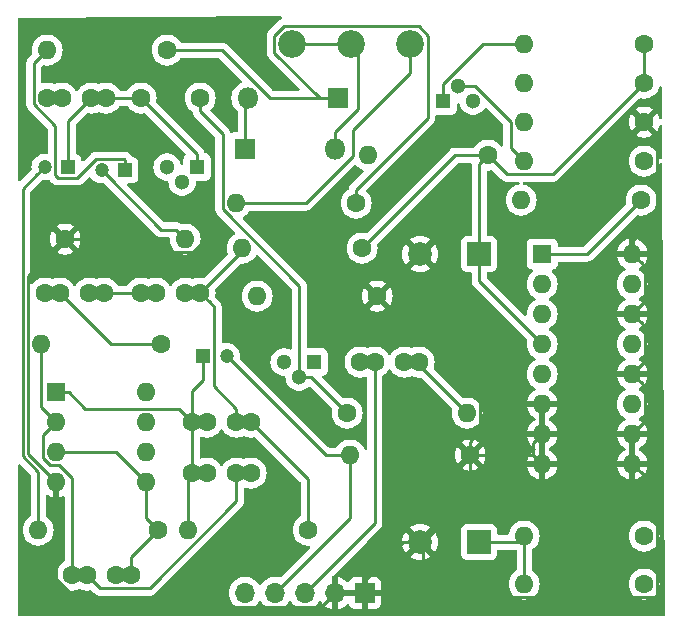
<source format=gtl>
G04 #@! TF.GenerationSoftware,KiCad,Pcbnew,7.0.11+dfsg-1build4*
G04 #@! TF.CreationDate,2026-01-25T21:38:33-05:00*
G04 #@! TF.ProjectId,Envelope-01-mutronv,456e7665-6c6f-4706-952d-30312d6d7574,rev?*
G04 #@! TF.SameCoordinates,Original*
G04 #@! TF.FileFunction,Copper,L1,Top*
G04 #@! TF.FilePolarity,Positive*
%FSLAX46Y46*%
G04 Gerber Fmt 4.6, Leading zero omitted, Abs format (unit mm)*
G04 Created by KiCad (PCBNEW 7.0.11+dfsg-1build4) date 2026-01-25 21:38:33*
%MOMM*%
%LPD*%
G01*
G04 APERTURE LIST*
G04 #@! TA.AperFunction,ComponentPad*
%ADD10C,1.600000*%
G04 #@! TD*
G04 #@! TA.AperFunction,ComponentPad*
%ADD11R,2.000000X2.000000*%
G04 #@! TD*
G04 #@! TA.AperFunction,ComponentPad*
%ADD12C,2.000000*%
G04 #@! TD*
G04 #@! TA.AperFunction,ComponentPad*
%ADD13R,1.200000X1.200000*%
G04 #@! TD*
G04 #@! TA.AperFunction,ComponentPad*
%ADD14C,1.200000*%
G04 #@! TD*
G04 #@! TA.AperFunction,ComponentPad*
%ADD15R,1.800000X1.800000*%
G04 #@! TD*
G04 #@! TA.AperFunction,ComponentPad*
%ADD16O,1.800000X1.800000*%
G04 #@! TD*
G04 #@! TA.AperFunction,ComponentPad*
%ADD17R,1.700000X1.700000*%
G04 #@! TD*
G04 #@! TA.AperFunction,ComponentPad*
%ADD18O,1.700000X1.700000*%
G04 #@! TD*
G04 #@! TA.AperFunction,ComponentPad*
%ADD19R,1.300000X1.300000*%
G04 #@! TD*
G04 #@! TA.AperFunction,ComponentPad*
%ADD20C,1.300000*%
G04 #@! TD*
G04 #@! TA.AperFunction,ComponentPad*
%ADD21O,1.600000X1.600000*%
G04 #@! TD*
G04 #@! TA.AperFunction,ComponentPad*
%ADD22C,2.340000*%
G04 #@! TD*
G04 #@! TA.AperFunction,ComponentPad*
%ADD23R,1.600000X1.600000*%
G04 #@! TD*
G04 #@! TA.AperFunction,ViaPad*
%ADD24C,0.800000*%
G04 #@! TD*
G04 #@! TA.AperFunction,Conductor*
%ADD25C,0.250000*%
G04 #@! TD*
G04 APERTURE END LIST*
D10*
X133858000Y-79248000D03*
X132608000Y-79248000D03*
X130108000Y-79248000D03*
X128858000Y-79248000D03*
D11*
X138938000Y-94488000D03*
D12*
X133938000Y-94488000D03*
D10*
X115316000Y-56896000D03*
X110316000Y-56896000D03*
D11*
X138938000Y-70104000D03*
D12*
X133938000Y-70104000D03*
D13*
X108966000Y-62992000D03*
D14*
X106966000Y-62992000D03*
D10*
X114066000Y-73406000D03*
X115316000Y-73406000D03*
X110316000Y-73406000D03*
X111566000Y-73406000D03*
X103612000Y-56896000D03*
X102362000Y-56896000D03*
X107362000Y-56896000D03*
X106112000Y-56896000D03*
X105938000Y-73406000D03*
X107188000Y-73406000D03*
X102188000Y-73406000D03*
X103438000Y-73406000D03*
D13*
X104140000Y-62738000D03*
D14*
X102140000Y-62738000D03*
D10*
X118384000Y-84328000D03*
X119634000Y-84328000D03*
X115884000Y-84328000D03*
X114634000Y-84328000D03*
X108224000Y-97282000D03*
X109474000Y-97282000D03*
X105724000Y-97282000D03*
X104474000Y-97282000D03*
X119634000Y-88646000D03*
X118384000Y-88646000D03*
X114634000Y-88646000D03*
X115884000Y-88646000D03*
D14*
X117570000Y-78740000D03*
D13*
X115570000Y-78740000D03*
D15*
X127000000Y-56896000D03*
D16*
X119380000Y-56896000D03*
D15*
X119126000Y-61214000D03*
D16*
X126746000Y-61214000D03*
D17*
X129286000Y-98806000D03*
D18*
X126746000Y-98806000D03*
X124206000Y-98806000D03*
X121666000Y-98806000D03*
X119126000Y-98806000D03*
D19*
X124968000Y-79248000D03*
D20*
X123698000Y-80518000D03*
X122428000Y-79248000D03*
D19*
X135890000Y-57150000D03*
D20*
X137160000Y-55880000D03*
X138430000Y-57150000D03*
D10*
X127762000Y-83566000D03*
D21*
X137922000Y-83566000D03*
D10*
X152908000Y-55626000D03*
D21*
X142748000Y-55626000D03*
D10*
X152908000Y-98044000D03*
D21*
X142748000Y-98044000D03*
D10*
X103886000Y-68834000D03*
D21*
X114046000Y-68834000D03*
D10*
X129032000Y-69596000D03*
D21*
X118872000Y-69596000D03*
D10*
X130302000Y-73660000D03*
D21*
X120142000Y-73660000D03*
D10*
X128524000Y-65786000D03*
D21*
X118364000Y-65786000D03*
D10*
X139700000Y-61722000D03*
D21*
X129540000Y-61722000D03*
D10*
X152908000Y-62230000D03*
D21*
X142748000Y-62230000D03*
D10*
X111760000Y-93472000D03*
D21*
X101600000Y-93472000D03*
D10*
X152908000Y-52324000D03*
D21*
X142748000Y-52324000D03*
D10*
X152908000Y-93980000D03*
D21*
X142748000Y-93980000D03*
D10*
X124460000Y-93472000D03*
D21*
X114300000Y-93472000D03*
D10*
X112014000Y-77724000D03*
D21*
X101854000Y-77724000D03*
D10*
X138176000Y-87122000D03*
D21*
X128016000Y-87122000D03*
D22*
X133096000Y-52324000D03*
X128096000Y-52324000D03*
X123096000Y-52324000D03*
D23*
X103124000Y-81788000D03*
D21*
X103124000Y-84328000D03*
X103124000Y-86868000D03*
X103124000Y-89408000D03*
X110744000Y-89408000D03*
X110744000Y-86868000D03*
X110744000Y-84328000D03*
X110744000Y-81788000D03*
D23*
X144272000Y-70104000D03*
D21*
X144272000Y-72644000D03*
X144272000Y-75184000D03*
X144272000Y-77724000D03*
X144272000Y-80264000D03*
X144272000Y-82804000D03*
X144272000Y-85344000D03*
X144272000Y-87884000D03*
X151892000Y-87884000D03*
X151892000Y-85344000D03*
X151892000Y-82804000D03*
X151892000Y-80264000D03*
X151892000Y-77724000D03*
X151892000Y-75184000D03*
X151892000Y-72644000D03*
X151892000Y-70104000D03*
D10*
X152908000Y-58928000D03*
D21*
X142748000Y-58928000D03*
D10*
X152654000Y-65532000D03*
D21*
X142494000Y-65532000D03*
D10*
X112522000Y-52832000D03*
D21*
X102362000Y-52832000D03*
D19*
X115062000Y-62738000D03*
D20*
X113792000Y-64008000D03*
X112522000Y-62738000D03*
D24*
X108712000Y-52578000D03*
D25*
X130108000Y-92904000D02*
X130108000Y-79248000D01*
X130108000Y-79248000D02*
X128858000Y-79248000D01*
X124206000Y-98806000D02*
X130108000Y-92904000D01*
X133858000Y-79502000D02*
X133858000Y-79248000D01*
X137922000Y-83566000D02*
X133858000Y-79502000D01*
X133858000Y-79248000D02*
X132608000Y-79248000D01*
X138176000Y-87122000D02*
X143510000Y-87122000D01*
X129286000Y-97706000D02*
X132504000Y-94488000D01*
X103124000Y-97597002D02*
X105507999Y-99981001D01*
X151892000Y-75184000D02*
X153017001Y-74058999D01*
X100728999Y-87012999D02*
X100728999Y-71991001D01*
X132504000Y-94488000D02*
X132777787Y-94488000D01*
X151892000Y-87884000D02*
X151892000Y-85344000D01*
X153814999Y-99169001D02*
X154033001Y-98950999D01*
X152691999Y-81063999D02*
X151892000Y-80264000D01*
X152691999Y-75983999D02*
X151892000Y-75184000D01*
X153017001Y-76309001D02*
X152691999Y-75983999D01*
X143472001Y-86143999D02*
X144272000Y-85344000D01*
X151892000Y-80264000D02*
X153017001Y-79138999D01*
X103124000Y-89408000D02*
X100728999Y-87012999D01*
X134192000Y-94488000D02*
X134192000Y-95902213D01*
X153017001Y-81389001D02*
X152691999Y-81063999D01*
X151892000Y-70104000D02*
X151892000Y-68972630D01*
X125896001Y-99655999D02*
X126746000Y-98806000D01*
X134192000Y-94488000D02*
X138176000Y-90504000D01*
X151892000Y-85344000D02*
X153017001Y-84218999D01*
X110998000Y-68834000D02*
X112123001Y-69959001D01*
X152691999Y-88683999D02*
X151892000Y-87884000D01*
X143472001Y-87084001D02*
X143472001Y-86143999D01*
X103086001Y-69633999D02*
X103886000Y-68834000D01*
X130302000Y-73660000D02*
X130302000Y-74168000D01*
X153017001Y-79138999D02*
X153017001Y-76309001D01*
X130382000Y-73660000D02*
X130302000Y-73660000D01*
X126746000Y-98806000D02*
X129286000Y-98806000D01*
X154033001Y-66831629D02*
X154033001Y-60053001D01*
X144272000Y-87884000D02*
X143472001Y-87084001D01*
X144272000Y-84212630D02*
X144272000Y-82804000D01*
X103886000Y-68834000D02*
X110998000Y-68834000D01*
X154033001Y-98950999D02*
X154033001Y-90025001D01*
X114698999Y-69959001D02*
X116332000Y-68326000D01*
X154033001Y-90025001D02*
X152691999Y-88683999D01*
X154033001Y-60053001D02*
X153707999Y-59727999D01*
X105507999Y-99981001D02*
X125570999Y-99981001D01*
X153707999Y-59727999D02*
X152908000Y-58928000D01*
X138176000Y-90504000D02*
X138176000Y-87122000D01*
X153017001Y-71229001D02*
X152691999Y-70903999D01*
X144272000Y-85344000D02*
X144272000Y-84212630D01*
X112123001Y-69959001D02*
X114698999Y-69959001D01*
X139047001Y-85119629D02*
X139047001Y-82405001D01*
X152691999Y-70903999D02*
X151892000Y-70104000D01*
X134192000Y-95902213D02*
X137458788Y-99169001D01*
X132777787Y-94488000D02*
X134192000Y-94488000D01*
X153017001Y-74058999D02*
X153017001Y-71229001D01*
X131101999Y-74459999D02*
X130302000Y-73660000D01*
X125570999Y-99981001D02*
X125896001Y-99655999D01*
X139047001Y-82405001D02*
X131101999Y-74459999D01*
X143510000Y-87122000D02*
X144272000Y-87884000D01*
X151892000Y-68972630D02*
X154033001Y-66831629D01*
X153017001Y-84218999D02*
X153017001Y-81389001D01*
X138176000Y-87122000D02*
X138176000Y-85990630D01*
X103124000Y-89408000D02*
X103124000Y-97597002D01*
X137458788Y-99169001D02*
X153814999Y-99169001D01*
X129286000Y-98806000D02*
X129286000Y-97706000D01*
X116332000Y-68326000D02*
X116332000Y-60198000D01*
X100728999Y-71991001D02*
X103086001Y-69633999D01*
X133938000Y-70104000D02*
X130382000Y-73660000D01*
X116332000Y-60198000D02*
X108712000Y-52578000D01*
X138176000Y-85990630D02*
X139047001Y-85119629D01*
X142748000Y-98044000D02*
X142748000Y-96912630D01*
X139192000Y-94488000D02*
X142240000Y-94488000D01*
X142748000Y-96912630D02*
X142748000Y-93980000D01*
X142240000Y-94488000D02*
X142748000Y-93980000D01*
X108224000Y-97282000D02*
X109474000Y-97282000D01*
X152108001Y-56425999D02*
X152908000Y-55626000D01*
X129032000Y-69596000D02*
X136906000Y-61722000D01*
X136906000Y-61722000D02*
X139700000Y-61722000D01*
X104255370Y-86868000D02*
X103124000Y-86868000D01*
X109474000Y-97282000D02*
X109474000Y-95758000D01*
X115062000Y-61642000D02*
X115062000Y-62738000D01*
X110744000Y-89408000D02*
X108204000Y-86868000D01*
X138938000Y-62484000D02*
X139700000Y-61722000D01*
X139700000Y-61722000D02*
X141333001Y-63355001D01*
X144272000Y-77724000D02*
X138938000Y-72390000D01*
X104140000Y-58868000D02*
X106112000Y-56896000D01*
X109474000Y-95758000D02*
X111760000Y-93472000D01*
X110744000Y-92456000D02*
X110744000Y-89408000D01*
X152908000Y-52324000D02*
X152908000Y-53455370D01*
X138938000Y-70104000D02*
X138938000Y-62484000D01*
X145178999Y-63355001D02*
X152108001Y-56425999D01*
X138938000Y-72390000D02*
X138938000Y-70104000D01*
X110316000Y-56896000D02*
X115062000Y-61642000D01*
X111760000Y-93472000D02*
X110744000Y-92456000D01*
X141333001Y-63355001D02*
X145178999Y-63355001D01*
X108204000Y-86868000D02*
X104255370Y-86868000D01*
X104140000Y-62738000D02*
X104140000Y-58868000D01*
X152908000Y-53455370D02*
X152908000Y-55626000D01*
X107362000Y-56896000D02*
X110316000Y-56896000D01*
X106112000Y-56896000D02*
X107362000Y-56896000D01*
X124714000Y-80518000D02*
X123698000Y-80518000D01*
X117238999Y-59950369D02*
X117238999Y-66326001D01*
X117238999Y-66326001D02*
X123698000Y-72785002D01*
X127762000Y-83566000D02*
X124714000Y-80518000D01*
X123698000Y-79598762D02*
X123698000Y-80518000D01*
X123698000Y-72785002D02*
X123698000Y-79598762D01*
X115316000Y-56896000D02*
X115316000Y-58027370D01*
X115316000Y-58027370D02*
X117238999Y-59950369D01*
X111566000Y-73406000D02*
X110316000Y-73406000D01*
X107565999Y-63591999D02*
X106966000Y-62992000D01*
X107188000Y-73406000D02*
X110316000Y-73406000D01*
X105938000Y-73406000D02*
X107188000Y-73406000D01*
X113246001Y-68034001D02*
X112008001Y-68034001D01*
X112008001Y-68034001D02*
X107565999Y-63591999D01*
X114046000Y-68834000D02*
X113246001Y-68034001D01*
X101562001Y-53631999D02*
X102362000Y-52832000D01*
X103065001Y-59264003D02*
X101236999Y-57436001D01*
X106521999Y-62066999D02*
X104925997Y-63663001D01*
X101236999Y-53957001D02*
X101562001Y-53631999D01*
X108966000Y-62142000D02*
X108890999Y-62066999D01*
X103065001Y-63448003D02*
X103065001Y-59264003D01*
X101236999Y-57436001D02*
X101236999Y-53957001D01*
X108890999Y-62066999D02*
X106521999Y-62066999D01*
X103279999Y-63663001D02*
X103065001Y-63448003D01*
X108966000Y-62992000D02*
X108966000Y-62142000D01*
X104925997Y-63663001D02*
X103279999Y-63663001D01*
X118872000Y-69850000D02*
X118872000Y-69596000D01*
X114066000Y-73406000D02*
X115316000Y-73406000D01*
X116115999Y-74205999D02*
X115316000Y-73406000D01*
X115316000Y-73406000D02*
X118872000Y-69850000D01*
X118384000Y-83196630D02*
X116495001Y-81307631D01*
X119634000Y-84328000D02*
X124460000Y-89154000D01*
X118384000Y-84328000D02*
X119634000Y-84328000D01*
X116495001Y-81307631D02*
X116495001Y-74585001D01*
X118384000Y-84328000D02*
X118384000Y-83196630D01*
X124460000Y-89154000D02*
X124460000Y-93472000D01*
X116495001Y-74585001D02*
X116115999Y-74205999D01*
X102188000Y-73406000D02*
X103438000Y-73406000D01*
X112014000Y-77724000D02*
X107756000Y-77724000D01*
X107756000Y-77724000D02*
X103438000Y-73406000D01*
X102362000Y-56896000D02*
X103612000Y-56896000D01*
X100278989Y-87199399D02*
X100278989Y-64599011D01*
X142748000Y-62230000D02*
X141622999Y-61104999D01*
X100278989Y-64599011D02*
X101540001Y-63337999D01*
X138603002Y-55880000D02*
X138079238Y-55880000D01*
X138079238Y-55880000D02*
X137160000Y-55880000D01*
X101600000Y-93472000D02*
X101600000Y-88520410D01*
X101600000Y-88520410D02*
X100278989Y-87199399D01*
X141622999Y-58899997D02*
X138603002Y-55880000D01*
X101540001Y-63337999D02*
X102140000Y-62738000D01*
X141622999Y-61104999D02*
X141622999Y-58899997D01*
X114634000Y-81708000D02*
X115570000Y-80772000D01*
X113834001Y-83528001D02*
X114634000Y-84328000D01*
X113508999Y-83202999D02*
X113834001Y-83528001D01*
X114634000Y-84328000D02*
X114634000Y-81708000D01*
X114634000Y-84328000D02*
X115884000Y-84328000D01*
X105588999Y-83202999D02*
X113508999Y-83202999D01*
X103124000Y-81788000D02*
X104174000Y-81788000D01*
X115570000Y-80772000D02*
X115570000Y-78740000D01*
X114634000Y-88646000D02*
X115884000Y-88646000D01*
X114300000Y-93472000D02*
X114300000Y-88980000D01*
X114634000Y-84328000D02*
X114634000Y-88646000D01*
X104174000Y-81788000D02*
X105588999Y-83202999D01*
X114300000Y-88980000D02*
X114634000Y-88646000D01*
X118384000Y-88646000D02*
X118384000Y-91053002D01*
X102583999Y-87993001D02*
X101998999Y-87408001D01*
X104474000Y-97282000D02*
X105724000Y-97282000D01*
X102324001Y-85127999D02*
X103124000Y-84328000D01*
X101998999Y-85453001D02*
X102324001Y-85127999D01*
X106849001Y-98407001D02*
X106523999Y-98081999D01*
X104474000Y-97282000D02*
X104474000Y-89092998D01*
X111030001Y-98407001D02*
X106849001Y-98407001D01*
X118384000Y-88646000D02*
X119634000Y-88646000D01*
X106523999Y-98081999D02*
X105724000Y-97282000D01*
X101854000Y-77724000D02*
X101854000Y-83058000D01*
X118384000Y-91053002D02*
X111030001Y-98407001D01*
X101854000Y-83058000D02*
X103124000Y-84328000D01*
X104474000Y-89092998D02*
X103374003Y-87993001D01*
X101998999Y-87408001D02*
X101998999Y-85453001D01*
X103374003Y-87993001D02*
X102583999Y-87993001D01*
X121666000Y-98806000D02*
X128016000Y-92456000D01*
X128016000Y-87122000D02*
X125952000Y-87122000D01*
X125952000Y-87122000D02*
X117570000Y-78740000D01*
X128016000Y-92456000D02*
X128016000Y-87122000D01*
X119126000Y-57150000D02*
X119380000Y-56896000D01*
X119126000Y-61214000D02*
X119126000Y-57150000D01*
X121600999Y-51606399D02*
X121600999Y-53041601D01*
X125850000Y-56896000D02*
X127000000Y-56896000D01*
X134591001Y-58587629D02*
X134591001Y-51606399D01*
X117129002Y-52832000D02*
X121193002Y-56896000D01*
X128524000Y-64654630D02*
X134591001Y-58587629D01*
X121600999Y-53041601D02*
X125455398Y-56896000D01*
X121193002Y-56896000D02*
X127000000Y-56896000D01*
X128524000Y-65786000D02*
X128524000Y-64654630D01*
X133813601Y-50828999D02*
X122378399Y-50828999D01*
X134591001Y-51606399D02*
X133813601Y-50828999D01*
X122378399Y-50828999D02*
X121600999Y-51606399D01*
X112522000Y-52832000D02*
X117129002Y-52832000D01*
X125455398Y-56896000D02*
X125850000Y-56896000D01*
X135890000Y-57150000D02*
X135890000Y-55706998D01*
X135890000Y-55706998D02*
X139272998Y-52324000D01*
X141616630Y-52324000D02*
X142748000Y-52324000D01*
X139272998Y-52324000D02*
X141616630Y-52324000D01*
X148082000Y-70104000D02*
X152654000Y-65532000D01*
X144272000Y-70104000D02*
X148082000Y-70104000D01*
X133096000Y-54787800D02*
X133096000Y-52324000D01*
X118364000Y-65786000D02*
X124256800Y-65786000D01*
X128270000Y-59613800D02*
X133096000Y-54787800D01*
X124256800Y-65786000D02*
X128270000Y-61772800D01*
X128270000Y-61772800D02*
X128270000Y-59613800D01*
X126746000Y-59791600D02*
X128701800Y-57835800D01*
X128701800Y-57835800D02*
X128701800Y-52929800D01*
X128701800Y-52929800D02*
X128096000Y-52324000D01*
X128096000Y-52324000D02*
X123096000Y-52324000D01*
X126746000Y-61214000D02*
X126746000Y-59791600D01*
G04 #@! TA.AperFunction,Conductor*
G36*
X152146000Y-87572314D02*
G01*
X152130045Y-87556359D01*
X152017148Y-87498835D01*
X151923481Y-87484000D01*
X151860519Y-87484000D01*
X151766852Y-87498835D01*
X151653955Y-87556359D01*
X151638000Y-87572314D01*
X151638000Y-85655686D01*
X151653955Y-85671641D01*
X151766852Y-85729165D01*
X151860519Y-85744000D01*
X151923481Y-85744000D01*
X152017148Y-85729165D01*
X152130045Y-85671641D01*
X152146000Y-85655686D01*
X152146000Y-87572314D01*
G37*
G04 #@! TD.AperFunction*
G04 #@! TA.AperFunction,Conductor*
G36*
X154336140Y-55907865D02*
G01*
X154390887Y-55953067D01*
X154412505Y-56020692D01*
X154412539Y-56023065D01*
X154425256Y-58579068D01*
X154405594Y-58647288D01*
X154352170Y-58694047D01*
X154281947Y-58704500D01*
X154217220Y-58675329D01*
X154178540Y-58615794D01*
X154177551Y-58612306D01*
X154141813Y-58478931D01*
X154141811Y-58478926D01*
X154045086Y-58271498D01*
X153995100Y-58200110D01*
X153995098Y-58200110D01*
X153306727Y-58888481D01*
X153293165Y-58802852D01*
X153235641Y-58689955D01*
X153146045Y-58600359D01*
X153033148Y-58542835D01*
X152947517Y-58529272D01*
X153635888Y-57840899D01*
X153635888Y-57840898D01*
X153564501Y-57790913D01*
X153357073Y-57694188D01*
X153357068Y-57694186D01*
X153136000Y-57634951D01*
X153136004Y-57634951D01*
X152908000Y-57615004D01*
X152679997Y-57634951D01*
X152458931Y-57694186D01*
X152458926Y-57694188D01*
X152251500Y-57790913D01*
X152180109Y-57840900D01*
X152868481Y-58529272D01*
X152782852Y-58542835D01*
X152669955Y-58600359D01*
X152580359Y-58689955D01*
X152522835Y-58802852D01*
X152509272Y-58888481D01*
X151820900Y-58200109D01*
X151770913Y-58271500D01*
X151674188Y-58478926D01*
X151674186Y-58478931D01*
X151614951Y-58699997D01*
X151595004Y-58928000D01*
X151614951Y-59156002D01*
X151674186Y-59377068D01*
X151674188Y-59377073D01*
X151770913Y-59584501D01*
X151820899Y-59655888D01*
X152509272Y-58967516D01*
X152522835Y-59053148D01*
X152580359Y-59166045D01*
X152669955Y-59255641D01*
X152782852Y-59313165D01*
X152868482Y-59326727D01*
X152180110Y-60015098D01*
X152180110Y-60015100D01*
X152251498Y-60065086D01*
X152458926Y-60161811D01*
X152458931Y-60161813D01*
X152679999Y-60221048D01*
X152679995Y-60221048D01*
X152908000Y-60240995D01*
X153136002Y-60221048D01*
X153357068Y-60161813D01*
X153357073Y-60161811D01*
X153564497Y-60065088D01*
X153635888Y-60015099D01*
X153635888Y-60015097D01*
X152947518Y-59326727D01*
X153033148Y-59313165D01*
X153146045Y-59255641D01*
X153235641Y-59166045D01*
X153293165Y-59053148D01*
X153306727Y-58967518D01*
X153995097Y-59655888D01*
X153995099Y-59655888D01*
X154045088Y-59584497D01*
X154141811Y-59377073D01*
X154141814Y-59377066D01*
X154180953Y-59230995D01*
X154217904Y-59170372D01*
X154281765Y-59139350D01*
X154352259Y-59147778D01*
X154407006Y-59192980D01*
X154428624Y-59260606D01*
X154428658Y-59262978D01*
X154441985Y-61941572D01*
X154422323Y-62009792D01*
X154368899Y-62056551D01*
X154298676Y-62067004D01*
X154233949Y-62037833D01*
X154195269Y-61978298D01*
X154194293Y-61974856D01*
X154142284Y-61780757D01*
X154045523Y-61573251D01*
X153914198Y-61385700D01*
X153752300Y-61223802D01*
X153743241Y-61217459D01*
X153564749Y-61092477D01*
X153357246Y-60995717D01*
X153357240Y-60995715D01*
X153263771Y-60970670D01*
X153136087Y-60936457D01*
X152908000Y-60916502D01*
X152679913Y-60936457D01*
X152458759Y-60995715D01*
X152458753Y-60995717D01*
X152251250Y-61092477D01*
X152063703Y-61223799D01*
X152063697Y-61223804D01*
X151901804Y-61385697D01*
X151901799Y-61385703D01*
X151770477Y-61573250D01*
X151673717Y-61780753D01*
X151673715Y-61780759D01*
X151627248Y-61954178D01*
X151614457Y-62001913D01*
X151594502Y-62230000D01*
X151614457Y-62458087D01*
X151630998Y-62519819D01*
X151673715Y-62679240D01*
X151673717Y-62679246D01*
X151770477Y-62886749D01*
X151835570Y-62979712D01*
X151901802Y-63074300D01*
X152063700Y-63236198D01*
X152251251Y-63367523D01*
X152458757Y-63464284D01*
X152679913Y-63523543D01*
X152908000Y-63543498D01*
X153136087Y-63523543D01*
X153357243Y-63464284D01*
X153564749Y-63367523D01*
X153752300Y-63236198D01*
X153914198Y-63074300D01*
X154045523Y-62886749D01*
X154142284Y-62679243D01*
X154197093Y-62474691D01*
X154234042Y-62414074D01*
X154297903Y-62383052D01*
X154368397Y-62391480D01*
X154423144Y-62436683D01*
X154444762Y-62504308D01*
X154444796Y-62506680D01*
X154634619Y-100660873D01*
X154614957Y-100729093D01*
X154561533Y-100775852D01*
X154508621Y-100787500D01*
X99998500Y-100787500D01*
X99930379Y-100767498D01*
X99883886Y-100713842D01*
X99872500Y-100661500D01*
X99872500Y-87993004D01*
X99892502Y-87924883D01*
X99946158Y-87878390D01*
X100016432Y-87868286D01*
X100081012Y-87897780D01*
X100087595Y-87903909D01*
X100929595Y-88745909D01*
X100963621Y-88808221D01*
X100966500Y-88835004D01*
X100966500Y-92252606D01*
X100946498Y-92320727D01*
X100912771Y-92355819D01*
X100755703Y-92465799D01*
X100755697Y-92465804D01*
X100593804Y-92627697D01*
X100593799Y-92627703D01*
X100462477Y-92815250D01*
X100365717Y-93022753D01*
X100365715Y-93022759D01*
X100335453Y-93135700D01*
X100306457Y-93243913D01*
X100286502Y-93472000D01*
X100306457Y-93700087D01*
X100320344Y-93751913D01*
X100365715Y-93921240D01*
X100365717Y-93921246D01*
X100462477Y-94128749D01*
X100518029Y-94208086D01*
X100593802Y-94316300D01*
X100755700Y-94478198D01*
X100943251Y-94609523D01*
X101150757Y-94706284D01*
X101371913Y-94765543D01*
X101600000Y-94785498D01*
X101828087Y-94765543D01*
X102049243Y-94706284D01*
X102256749Y-94609523D01*
X102444300Y-94478198D01*
X102606198Y-94316300D01*
X102737523Y-94128749D01*
X102834284Y-93921243D01*
X102893543Y-93700087D01*
X102913498Y-93472000D01*
X102893543Y-93243913D01*
X102834284Y-93022757D01*
X102737523Y-92815251D01*
X102606198Y-92627700D01*
X102444300Y-92465802D01*
X102441704Y-92463984D01*
X102287229Y-92355819D01*
X102242901Y-92300362D01*
X102233500Y-92252606D01*
X102233500Y-90623282D01*
X102253502Y-90555161D01*
X102307158Y-90508668D01*
X102377432Y-90498564D01*
X102431771Y-90520069D01*
X102467501Y-90545087D01*
X102674926Y-90641811D01*
X102674931Y-90641813D01*
X102870000Y-90694081D01*
X102870000Y-89719686D01*
X102885955Y-89735641D01*
X102998852Y-89793165D01*
X103092519Y-89808000D01*
X103155481Y-89808000D01*
X103249148Y-89793165D01*
X103362045Y-89735641D01*
X103378000Y-89719686D01*
X103378000Y-90694081D01*
X103573068Y-90641813D01*
X103573073Y-90641811D01*
X103661250Y-90600694D01*
X103731441Y-90590033D01*
X103796254Y-90619013D01*
X103835111Y-90678432D01*
X103840500Y-90714889D01*
X103840500Y-96062606D01*
X103820498Y-96130727D01*
X103786771Y-96165819D01*
X103629703Y-96275799D01*
X103629697Y-96275804D01*
X103467804Y-96437697D01*
X103467799Y-96437703D01*
X103336477Y-96625250D01*
X103239717Y-96832753D01*
X103239715Y-96832759D01*
X103214244Y-96927819D01*
X103180457Y-97053913D01*
X103160502Y-97282000D01*
X103180457Y-97510087D01*
X103203145Y-97594759D01*
X103239715Y-97731240D01*
X103239717Y-97731246D01*
X103336477Y-97938749D01*
X103452637Y-98104643D01*
X103467802Y-98126300D01*
X103629700Y-98288198D01*
X103817251Y-98419523D01*
X104024757Y-98516284D01*
X104245913Y-98575543D01*
X104474000Y-98595498D01*
X104702087Y-98575543D01*
X104923243Y-98516284D01*
X105045750Y-98459157D01*
X105115941Y-98448496D01*
X105152248Y-98459157D01*
X105274757Y-98516284D01*
X105495913Y-98575543D01*
X105724000Y-98595498D01*
X105952087Y-98575543D01*
X106015541Y-98558540D01*
X106086516Y-98560228D01*
X106137247Y-98591151D01*
X106341754Y-98795658D01*
X106351721Y-98808098D01*
X106351948Y-98807911D01*
X106357000Y-98814018D01*
X106357001Y-98814019D01*
X106382966Y-98838402D01*
X106406667Y-98860658D01*
X106409511Y-98863415D01*
X106429227Y-98883132D01*
X106432424Y-98885612D01*
X106441445Y-98893317D01*
X106473680Y-98923587D01*
X106473681Y-98923587D01*
X106473683Y-98923589D01*
X106491430Y-98933345D01*
X106507960Y-98944203D01*
X106523960Y-98956614D01*
X106564537Y-98974173D01*
X106575188Y-98979391D01*
X106613941Y-99000696D01*
X106633563Y-99005734D01*
X106652264Y-99012136D01*
X106664815Y-99017568D01*
X106670853Y-99020181D01*
X106670854Y-99020181D01*
X106670856Y-99020182D01*
X106714531Y-99027099D01*
X106726142Y-99029503D01*
X106768971Y-99040501D01*
X106789225Y-99040501D01*
X106808935Y-99042052D01*
X106811142Y-99042401D01*
X106828944Y-99045221D01*
X106872962Y-99041059D01*
X106884820Y-99040501D01*
X110946148Y-99040501D01*
X110961989Y-99042250D01*
X110962017Y-99041957D01*
X110969903Y-99042701D01*
X110969910Y-99042703D01*
X111037987Y-99040563D01*
X111041946Y-99040501D01*
X111069852Y-99040501D01*
X111069857Y-99040501D01*
X111073868Y-99039993D01*
X111085700Y-99039062D01*
X111129890Y-99037674D01*
X111149348Y-99032020D01*
X111168695Y-99028014D01*
X111188798Y-99025475D01*
X111229911Y-99009196D01*
X111241131Y-99005354D01*
X111265914Y-98998155D01*
X111283592Y-98993020D01*
X111283596Y-98993018D01*
X111301027Y-98982709D01*
X111318781Y-98974010D01*
X111337618Y-98966553D01*
X111373393Y-98940559D01*
X111383299Y-98934052D01*
X111421363Y-98911543D01*
X111435686Y-98897219D01*
X111450725Y-98884375D01*
X111452436Y-98883132D01*
X111467108Y-98872473D01*
X111495304Y-98838387D01*
X111503273Y-98829631D01*
X118772660Y-91560245D01*
X118785098Y-91550282D01*
X118784910Y-91550055D01*
X118791016Y-91545003D01*
X118791015Y-91545003D01*
X118791018Y-91545002D01*
X118837661Y-91495330D01*
X118840351Y-91492554D01*
X118860135Y-91472772D01*
X118862614Y-91469575D01*
X118870311Y-91460561D01*
X118900586Y-91428323D01*
X118910346Y-91410567D01*
X118921195Y-91394052D01*
X118933614Y-91378043D01*
X118951179Y-91337448D01*
X118956384Y-91326823D01*
X118977695Y-91288062D01*
X118982733Y-91268436D01*
X118989137Y-91249734D01*
X118997180Y-91231149D01*
X118997179Y-91231149D01*
X118997181Y-91231147D01*
X119004096Y-91187483D01*
X119006504Y-91175854D01*
X119017500Y-91133032D01*
X119017500Y-91112777D01*
X119019051Y-91093065D01*
X119022220Y-91073059D01*
X119018059Y-91029038D01*
X119017500Y-91017181D01*
X119017500Y-89999354D01*
X119037502Y-89931233D01*
X119091158Y-89884740D01*
X119161432Y-89874636D01*
X119179368Y-89879139D01*
X119179443Y-89878860D01*
X119184756Y-89880283D01*
X119184757Y-89880284D01*
X119405913Y-89939543D01*
X119634000Y-89959498D01*
X119862087Y-89939543D01*
X120083243Y-89880284D01*
X120290749Y-89783523D01*
X120478300Y-89652198D01*
X120640198Y-89490300D01*
X120771523Y-89302749D01*
X120868284Y-89095243D01*
X120927543Y-88874087D01*
X120947498Y-88646000D01*
X120927543Y-88417913D01*
X120868284Y-88196757D01*
X120771523Y-87989251D01*
X120640198Y-87801700D01*
X120478300Y-87639802D01*
X120476563Y-87638586D01*
X120290749Y-87508477D01*
X120083246Y-87411717D01*
X120083240Y-87411715D01*
X119968659Y-87381013D01*
X119862087Y-87352457D01*
X119634000Y-87332502D01*
X119405913Y-87352457D01*
X119184759Y-87411715D01*
X119184749Y-87411719D01*
X119062249Y-87468841D01*
X118992058Y-87479502D01*
X118955751Y-87468841D01*
X118833250Y-87411719D01*
X118833246Y-87411717D01*
X118833243Y-87411716D01*
X118833241Y-87411715D01*
X118833240Y-87411715D01*
X118718659Y-87381013D01*
X118612087Y-87352457D01*
X118384000Y-87332502D01*
X118155913Y-87352457D01*
X117934759Y-87411715D01*
X117934753Y-87411717D01*
X117727250Y-87508477D01*
X117539703Y-87639799D01*
X117539697Y-87639804D01*
X117377804Y-87801697D01*
X117377799Y-87801703D01*
X117246474Y-87989253D01*
X117243726Y-87994015D01*
X117241761Y-87992880D01*
X117201255Y-88038865D01*
X117132974Y-88058312D01*
X117065018Y-88037756D01*
X117026168Y-87992921D01*
X117024274Y-87994015D01*
X117021525Y-87989253D01*
X116890200Y-87801703D01*
X116890195Y-87801697D01*
X116728302Y-87639804D01*
X116728296Y-87639799D01*
X116540749Y-87508477D01*
X116333246Y-87411717D01*
X116333240Y-87411715D01*
X116218659Y-87381013D01*
X116112087Y-87352457D01*
X115884000Y-87332502D01*
X115655913Y-87352457D01*
X115460460Y-87404829D01*
X115429443Y-87413140D01*
X115429012Y-87411533D01*
X115365716Y-87415544D01*
X115303683Y-87381013D01*
X115270166Y-87318426D01*
X115267500Y-87292645D01*
X115267500Y-85681354D01*
X115287502Y-85613233D01*
X115341158Y-85566740D01*
X115411432Y-85556636D01*
X115429368Y-85561139D01*
X115429443Y-85560860D01*
X115434756Y-85562283D01*
X115434757Y-85562284D01*
X115655913Y-85621543D01*
X115884000Y-85641498D01*
X116112087Y-85621543D01*
X116333243Y-85562284D01*
X116540749Y-85465523D01*
X116728300Y-85334198D01*
X116890198Y-85172300D01*
X117021523Y-84984749D01*
X117021523Y-84984748D01*
X117021525Y-84984746D01*
X117024274Y-84979985D01*
X117026245Y-84981122D01*
X117066713Y-84935154D01*
X117134989Y-84915687D01*
X117202951Y-84936223D01*
X117241822Y-84981083D01*
X117243726Y-84979985D01*
X117246474Y-84984746D01*
X117375170Y-85168541D01*
X117377802Y-85172300D01*
X117539700Y-85334198D01*
X117727251Y-85465523D01*
X117934757Y-85562284D01*
X118155913Y-85621543D01*
X118384000Y-85641498D01*
X118612087Y-85621543D01*
X118833243Y-85562284D01*
X118955750Y-85505157D01*
X119025941Y-85494496D01*
X119062248Y-85505157D01*
X119184757Y-85562284D01*
X119405913Y-85621543D01*
X119634000Y-85641498D01*
X119862087Y-85621543D01*
X119925541Y-85604540D01*
X119996516Y-85606228D01*
X120047247Y-85637151D01*
X123789595Y-89379499D01*
X123823621Y-89441811D01*
X123826500Y-89468594D01*
X123826500Y-92252606D01*
X123806498Y-92320727D01*
X123772771Y-92355819D01*
X123615703Y-92465799D01*
X123615697Y-92465804D01*
X123453804Y-92627697D01*
X123453799Y-92627703D01*
X123322477Y-92815250D01*
X123225717Y-93022753D01*
X123225715Y-93022759D01*
X123195453Y-93135700D01*
X123166457Y-93243913D01*
X123146502Y-93472000D01*
X123166457Y-93700087D01*
X123180344Y-93751913D01*
X123225715Y-93921240D01*
X123225717Y-93921246D01*
X123322477Y-94128749D01*
X123378029Y-94208086D01*
X123453802Y-94316300D01*
X123615700Y-94478198D01*
X123803251Y-94609523D01*
X124010757Y-94706284D01*
X124231913Y-94765543D01*
X124460000Y-94785498D01*
X124477427Y-94783973D01*
X124547031Y-94797960D01*
X124598025Y-94847358D01*
X124614217Y-94916483D01*
X124590467Y-94983389D01*
X124577506Y-94998588D01*
X122123793Y-97452300D01*
X122061481Y-97486326D01*
X122005781Y-97485382D01*
X122005776Y-97485414D01*
X122005563Y-97485378D01*
X122003759Y-97485348D01*
X122000643Y-97484558D01*
X122000635Y-97484556D01*
X121778569Y-97447500D01*
X121553431Y-97447500D01*
X121408971Y-97471606D01*
X121331369Y-97484555D01*
X121331360Y-97484557D01*
X121118428Y-97557656D01*
X121118426Y-97557658D01*
X120920426Y-97664810D01*
X120920424Y-97664811D01*
X120742762Y-97803091D01*
X120590279Y-97968729D01*
X120501483Y-98104643D01*
X120447479Y-98150731D01*
X120377131Y-98160306D01*
X120312774Y-98130329D01*
X120290517Y-98104643D01*
X120201720Y-97968729D01*
X120061041Y-97815913D01*
X120049240Y-97803094D01*
X120049239Y-97803093D01*
X120049237Y-97803091D01*
X119929679Y-97710035D01*
X119871576Y-97664811D01*
X119673574Y-97557658D01*
X119673572Y-97557657D01*
X119673571Y-97557656D01*
X119460639Y-97484557D01*
X119460630Y-97484555D01*
X119383029Y-97471606D01*
X119238569Y-97447500D01*
X119013431Y-97447500D01*
X118868971Y-97471606D01*
X118791369Y-97484555D01*
X118791360Y-97484557D01*
X118578428Y-97557656D01*
X118578426Y-97557658D01*
X118380426Y-97664810D01*
X118380424Y-97664811D01*
X118202762Y-97803091D01*
X118050279Y-97968729D01*
X118050275Y-97968734D01*
X117927141Y-98157206D01*
X117836703Y-98363386D01*
X117836702Y-98363387D01*
X117781437Y-98581624D01*
X117781436Y-98581630D01*
X117781436Y-98581632D01*
X117762844Y-98806000D01*
X117781030Y-99025474D01*
X117781437Y-99030375D01*
X117836702Y-99248612D01*
X117836703Y-99248613D01*
X117836704Y-99248616D01*
X117855155Y-99290680D01*
X117927141Y-99454793D01*
X118050275Y-99643265D01*
X118050279Y-99643270D01*
X118202762Y-99808908D01*
X118257331Y-99851381D01*
X118380424Y-99947189D01*
X118578426Y-100054342D01*
X118578427Y-100054342D01*
X118578428Y-100054343D01*
X118690227Y-100092723D01*
X118791365Y-100127444D01*
X119013431Y-100164500D01*
X119013435Y-100164500D01*
X119238565Y-100164500D01*
X119238569Y-100164500D01*
X119460635Y-100127444D01*
X119673574Y-100054342D01*
X119871576Y-99947189D01*
X120049240Y-99808906D01*
X120201722Y-99643268D01*
X120290518Y-99507354D01*
X120344520Y-99461268D01*
X120414868Y-99451692D01*
X120479225Y-99481669D01*
X120501480Y-99507353D01*
X120534607Y-99558058D01*
X120590275Y-99643265D01*
X120590279Y-99643270D01*
X120742762Y-99808908D01*
X120797331Y-99851381D01*
X120920424Y-99947189D01*
X121118426Y-100054342D01*
X121118427Y-100054342D01*
X121118428Y-100054343D01*
X121230227Y-100092723D01*
X121331365Y-100127444D01*
X121553431Y-100164500D01*
X121553435Y-100164500D01*
X121778565Y-100164500D01*
X121778569Y-100164500D01*
X122000635Y-100127444D01*
X122213574Y-100054342D01*
X122411576Y-99947189D01*
X122589240Y-99808906D01*
X122741722Y-99643268D01*
X122830518Y-99507354D01*
X122884520Y-99461268D01*
X122954868Y-99451692D01*
X123019225Y-99481669D01*
X123041480Y-99507353D01*
X123074607Y-99558058D01*
X123130275Y-99643265D01*
X123130279Y-99643270D01*
X123282762Y-99808908D01*
X123337331Y-99851381D01*
X123460424Y-99947189D01*
X123658426Y-100054342D01*
X123658427Y-100054342D01*
X123658428Y-100054343D01*
X123770227Y-100092723D01*
X123871365Y-100127444D01*
X124093431Y-100164500D01*
X124093435Y-100164500D01*
X124318565Y-100164500D01*
X124318569Y-100164500D01*
X124540635Y-100127444D01*
X124753574Y-100054342D01*
X124951576Y-99947189D01*
X125129240Y-99808906D01*
X125281722Y-99643268D01*
X125370816Y-99506898D01*
X125424819Y-99460810D01*
X125495167Y-99451235D01*
X125559524Y-99481212D01*
X125581782Y-99506898D01*
X125670674Y-99642958D01*
X125823097Y-99808534D01*
X126000698Y-99946767D01*
X126000699Y-99946768D01*
X126198628Y-100053882D01*
X126198630Y-100053883D01*
X126411483Y-100126955D01*
X126411492Y-100126957D01*
X126492000Y-100140391D01*
X126492000Y-99239674D01*
X126603685Y-99290680D01*
X126710237Y-99306000D01*
X126781763Y-99306000D01*
X126888315Y-99290680D01*
X127000000Y-99239674D01*
X127000000Y-100140390D01*
X127080507Y-100126957D01*
X127080516Y-100126955D01*
X127293369Y-100053883D01*
X127293371Y-100053882D01*
X127491300Y-99946768D01*
X127491301Y-99946767D01*
X127668902Y-99808534D01*
X127730426Y-99741700D01*
X127791279Y-99705128D01*
X127862243Y-99707261D01*
X127920789Y-99747422D01*
X127941185Y-99783003D01*
X127985556Y-99901966D01*
X128073095Y-100018904D01*
X128190034Y-100106444D01*
X128326906Y-100157494D01*
X128387402Y-100163999D01*
X128387415Y-100164000D01*
X129032000Y-100164000D01*
X129032000Y-99239674D01*
X129143685Y-99290680D01*
X129250237Y-99306000D01*
X129321763Y-99306000D01*
X129428315Y-99290680D01*
X129540000Y-99239674D01*
X129540000Y-100164000D01*
X130184585Y-100164000D01*
X130184597Y-100163999D01*
X130245093Y-100157494D01*
X130381964Y-100106444D01*
X130381965Y-100106444D01*
X130498904Y-100018904D01*
X130586444Y-99901965D01*
X130586444Y-99901964D01*
X130637494Y-99765093D01*
X130643999Y-99704597D01*
X130644000Y-99704585D01*
X130644000Y-99060000D01*
X129717116Y-99060000D01*
X129745493Y-99015844D01*
X129786000Y-98877889D01*
X129786000Y-98734111D01*
X129745493Y-98596156D01*
X129717116Y-98552000D01*
X130644000Y-98552000D01*
X130644000Y-97907414D01*
X130643999Y-97907402D01*
X130637494Y-97846906D01*
X130586444Y-97710035D01*
X130586444Y-97710034D01*
X130498904Y-97593095D01*
X130381965Y-97505555D01*
X130245093Y-97454505D01*
X130184597Y-97448000D01*
X129540000Y-97448000D01*
X129540000Y-98372325D01*
X129428315Y-98321320D01*
X129321763Y-98306000D01*
X129250237Y-98306000D01*
X129143685Y-98321320D01*
X129032000Y-98372325D01*
X129032000Y-97448000D01*
X128387402Y-97448000D01*
X128326906Y-97454505D01*
X128190035Y-97505555D01*
X128190034Y-97505555D01*
X128073095Y-97593095D01*
X127985555Y-97710034D01*
X127985553Y-97710039D01*
X127941184Y-97828996D01*
X127898637Y-97885832D01*
X127832117Y-97910642D01*
X127762743Y-97895550D01*
X127730427Y-97870300D01*
X127668902Y-97803465D01*
X127491301Y-97665232D01*
X127491300Y-97665231D01*
X127293371Y-97558117D01*
X127293369Y-97558116D01*
X127080512Y-97485043D01*
X127080501Y-97485040D01*
X127000000Y-97471606D01*
X127000000Y-98372325D01*
X126888315Y-98321320D01*
X126781763Y-98306000D01*
X126710237Y-98306000D01*
X126603685Y-98321320D01*
X126492000Y-98372325D01*
X126492000Y-97468092D01*
X126512002Y-97399971D01*
X126528900Y-97379002D01*
X129419902Y-94488000D01*
X132425337Y-94488000D01*
X132443960Y-94724632D01*
X132499371Y-94955437D01*
X132590208Y-95174738D01*
X132704896Y-95361890D01*
X132704897Y-95361890D01*
X133453638Y-94613149D01*
X133478507Y-94697844D01*
X133556239Y-94818798D01*
X133664900Y-94912952D01*
X133795685Y-94972680D01*
X133810411Y-94974797D01*
X133064107Y-95721101D01*
X133064108Y-95721102D01*
X133251261Y-95835791D01*
X133470562Y-95926628D01*
X133701367Y-95982039D01*
X133938000Y-96000662D01*
X134174632Y-95982039D01*
X134405437Y-95926628D01*
X134624738Y-95835791D01*
X134811890Y-95721102D01*
X134811891Y-95721102D01*
X134627438Y-95536649D01*
X137429500Y-95536649D01*
X137436009Y-95597196D01*
X137436011Y-95597204D01*
X137487110Y-95734202D01*
X137487112Y-95734207D01*
X137574738Y-95851261D01*
X137691792Y-95938887D01*
X137691794Y-95938888D01*
X137691796Y-95938889D01*
X137733452Y-95954426D01*
X137828795Y-95989988D01*
X137828803Y-95989990D01*
X137889350Y-95996499D01*
X137889355Y-95996499D01*
X137889362Y-95996500D01*
X137889368Y-95996500D01*
X139986632Y-95996500D01*
X139986638Y-95996500D01*
X139986645Y-95996499D01*
X139986649Y-95996499D01*
X140047196Y-95989990D01*
X140047199Y-95989989D01*
X140047201Y-95989989D01*
X140051309Y-95988457D01*
X140072655Y-95980495D01*
X140184204Y-95938889D01*
X140197889Y-95928645D01*
X140301261Y-95851261D01*
X140388887Y-95734207D01*
X140388887Y-95734206D01*
X140388889Y-95734204D01*
X140439989Y-95597201D01*
X140441855Y-95579852D01*
X140446499Y-95536649D01*
X140446500Y-95536632D01*
X140446500Y-95247500D01*
X140466502Y-95179379D01*
X140520158Y-95132886D01*
X140572500Y-95121500D01*
X141988500Y-95121500D01*
X142056621Y-95141502D01*
X142103114Y-95195158D01*
X142114500Y-95247500D01*
X142114500Y-96824606D01*
X142094498Y-96892727D01*
X142060771Y-96927819D01*
X141903703Y-97037799D01*
X141903697Y-97037804D01*
X141741804Y-97199697D01*
X141741799Y-97199703D01*
X141610477Y-97387250D01*
X141513717Y-97594753D01*
X141513715Y-97594759D01*
X141465821Y-97773501D01*
X141454457Y-97815913D01*
X141434502Y-98044000D01*
X141454457Y-98272087D01*
X141463544Y-98306000D01*
X141513715Y-98493240D01*
X141513717Y-98493246D01*
X141610477Y-98700749D01*
X141739053Y-98884375D01*
X141741802Y-98888300D01*
X141903700Y-99050198D01*
X142091251Y-99181523D01*
X142298757Y-99278284D01*
X142519913Y-99337543D01*
X142748000Y-99357498D01*
X142976087Y-99337543D01*
X143197243Y-99278284D01*
X143404749Y-99181523D01*
X143592300Y-99050198D01*
X143754198Y-98888300D01*
X143885523Y-98700749D01*
X143982284Y-98493243D01*
X144041543Y-98272087D01*
X144061498Y-98044000D01*
X151594502Y-98044000D01*
X151614457Y-98272087D01*
X151623544Y-98306000D01*
X151673715Y-98493240D01*
X151673717Y-98493246D01*
X151770477Y-98700749D01*
X151899053Y-98884375D01*
X151901802Y-98888300D01*
X152063700Y-99050198D01*
X152251251Y-99181523D01*
X152458757Y-99278284D01*
X152679913Y-99337543D01*
X152908000Y-99357498D01*
X153136087Y-99337543D01*
X153357243Y-99278284D01*
X153564749Y-99181523D01*
X153752300Y-99050198D01*
X153914198Y-98888300D01*
X154045523Y-98700749D01*
X154142284Y-98493243D01*
X154201543Y-98272087D01*
X154221498Y-98044000D01*
X154201543Y-97815913D01*
X154142284Y-97594757D01*
X154045523Y-97387251D01*
X153914198Y-97199700D01*
X153752300Y-97037802D01*
X153564749Y-96906477D01*
X153532435Y-96891409D01*
X153357246Y-96809717D01*
X153357240Y-96809715D01*
X153263771Y-96784670D01*
X153136087Y-96750457D01*
X152908000Y-96730502D01*
X152679913Y-96750457D01*
X152458759Y-96809715D01*
X152458753Y-96809717D01*
X152251250Y-96906477D01*
X152063703Y-97037799D01*
X152063697Y-97037804D01*
X151901804Y-97199697D01*
X151901799Y-97199703D01*
X151770477Y-97387250D01*
X151673717Y-97594753D01*
X151673715Y-97594759D01*
X151625821Y-97773501D01*
X151614457Y-97815913D01*
X151594502Y-98044000D01*
X144061498Y-98044000D01*
X144041543Y-97815913D01*
X143982284Y-97594757D01*
X143885523Y-97387251D01*
X143754198Y-97199700D01*
X143592300Y-97037802D01*
X143592296Y-97037799D01*
X143435229Y-96927819D01*
X143390901Y-96872362D01*
X143381500Y-96824606D01*
X143381500Y-95199393D01*
X143401502Y-95131272D01*
X143435230Y-95096180D01*
X143592291Y-94986204D01*
X143592300Y-94986198D01*
X143754198Y-94824300D01*
X143885523Y-94636749D01*
X143982284Y-94429243D01*
X144041543Y-94208087D01*
X144061498Y-93980000D01*
X151594502Y-93980000D01*
X151614457Y-94208086D01*
X151673715Y-94429240D01*
X151673717Y-94429246D01*
X151770477Y-94636749D01*
X151890610Y-94808317D01*
X151901802Y-94824300D01*
X152063700Y-94986198D01*
X152251251Y-95117523D01*
X152458757Y-95214284D01*
X152679913Y-95273543D01*
X152908000Y-95293498D01*
X153136087Y-95273543D01*
X153357243Y-95214284D01*
X153564749Y-95117523D01*
X153752300Y-94986198D01*
X153914198Y-94824300D01*
X154045523Y-94636749D01*
X154142284Y-94429243D01*
X154201543Y-94208087D01*
X154221498Y-93980000D01*
X154201543Y-93751913D01*
X154142284Y-93530757D01*
X154045523Y-93323251D01*
X153914198Y-93135700D01*
X153752300Y-92973802D01*
X153737971Y-92963769D01*
X153564749Y-92842477D01*
X153357246Y-92745717D01*
X153357240Y-92745715D01*
X153222431Y-92709593D01*
X153136087Y-92686457D01*
X152908000Y-92666502D01*
X152679913Y-92686457D01*
X152458759Y-92745715D01*
X152458753Y-92745717D01*
X152251250Y-92842477D01*
X152063703Y-92973799D01*
X152063697Y-92973804D01*
X151901804Y-93135697D01*
X151901799Y-93135703D01*
X151770477Y-93323250D01*
X151673717Y-93530753D01*
X151673715Y-93530759D01*
X151614457Y-93751913D01*
X151594502Y-93980000D01*
X144061498Y-93980000D01*
X144041543Y-93751913D01*
X143982284Y-93530757D01*
X143885523Y-93323251D01*
X143754198Y-93135700D01*
X143592300Y-92973802D01*
X143577971Y-92963769D01*
X143404749Y-92842477D01*
X143197246Y-92745717D01*
X143197240Y-92745715D01*
X143062431Y-92709593D01*
X142976087Y-92686457D01*
X142748000Y-92666502D01*
X142519913Y-92686457D01*
X142298759Y-92745715D01*
X142298753Y-92745717D01*
X142091250Y-92842477D01*
X141903703Y-92973799D01*
X141903697Y-92973804D01*
X141741804Y-93135697D01*
X141741799Y-93135703D01*
X141610477Y-93323250D01*
X141513717Y-93530753D01*
X141513716Y-93530757D01*
X141454457Y-93751913D01*
X141454456Y-93751917D01*
X141453034Y-93757227D01*
X141451534Y-93756825D01*
X141423197Y-93813996D01*
X141362282Y-93850463D01*
X141330642Y-93854500D01*
X140572500Y-93854500D01*
X140504379Y-93834498D01*
X140457886Y-93780842D01*
X140446500Y-93728500D01*
X140446500Y-93439367D01*
X140446499Y-93439350D01*
X140439990Y-93378803D01*
X140439988Y-93378795D01*
X140410924Y-93300875D01*
X140388889Y-93241796D01*
X140388888Y-93241794D01*
X140388887Y-93241792D01*
X140301261Y-93124738D01*
X140184207Y-93037112D01*
X140184202Y-93037110D01*
X140047204Y-92986011D01*
X140047196Y-92986009D01*
X139986649Y-92979500D01*
X139986638Y-92979500D01*
X137889362Y-92979500D01*
X137889350Y-92979500D01*
X137828803Y-92986009D01*
X137828795Y-92986011D01*
X137691797Y-93037110D01*
X137691792Y-93037112D01*
X137574738Y-93124738D01*
X137487112Y-93241792D01*
X137487110Y-93241797D01*
X137436011Y-93378795D01*
X137436009Y-93378803D01*
X137429500Y-93439350D01*
X137429500Y-95536649D01*
X134627438Y-95536649D01*
X134065587Y-94974797D01*
X134080315Y-94972680D01*
X134211100Y-94912952D01*
X134319761Y-94818798D01*
X134397493Y-94697844D01*
X134422361Y-94613150D01*
X135171102Y-95361891D01*
X135171102Y-95361890D01*
X135285791Y-95174738D01*
X135376628Y-94955437D01*
X135432039Y-94724632D01*
X135450662Y-94488000D01*
X135432039Y-94251367D01*
X135376628Y-94020562D01*
X135285791Y-93801261D01*
X135171102Y-93614108D01*
X135171101Y-93614107D01*
X134422360Y-94362848D01*
X134397493Y-94278156D01*
X134319761Y-94157202D01*
X134211100Y-94063048D01*
X134080315Y-94003320D01*
X134065586Y-94001202D01*
X134811890Y-93254897D01*
X134811890Y-93254896D01*
X134624738Y-93140208D01*
X134405437Y-93049371D01*
X134174632Y-92993960D01*
X133938000Y-92975337D01*
X133701367Y-92993960D01*
X133470562Y-93049371D01*
X133251266Y-93140206D01*
X133064108Y-93254897D01*
X133064108Y-93254898D01*
X133810412Y-94001202D01*
X133795685Y-94003320D01*
X133664900Y-94063048D01*
X133556239Y-94157202D01*
X133478507Y-94278156D01*
X133453639Y-94362849D01*
X132704898Y-93614108D01*
X132704897Y-93614108D01*
X132590206Y-93801266D01*
X132499371Y-94020562D01*
X132443960Y-94251367D01*
X132425337Y-94488000D01*
X129419902Y-94488000D01*
X130496657Y-93411245D01*
X130509092Y-93401284D01*
X130508905Y-93401057D01*
X130515016Y-93396001D01*
X130515015Y-93396001D01*
X130515018Y-93396000D01*
X130561676Y-93346312D01*
X130564367Y-93343535D01*
X130584134Y-93323770D01*
X130586617Y-93320567D01*
X130594308Y-93311562D01*
X130624586Y-93279321D01*
X130634345Y-93261567D01*
X130645197Y-93245046D01*
X130657613Y-93229041D01*
X130675168Y-93188470D01*
X130680392Y-93177808D01*
X130701695Y-93139060D01*
X130706733Y-93119435D01*
X130713138Y-93100730D01*
X130721181Y-93082145D01*
X130728096Y-93038476D01*
X130730503Y-93026856D01*
X130740992Y-92986009D01*
X130741500Y-92984030D01*
X130741500Y-92963769D01*
X130743051Y-92944058D01*
X130745391Y-92929282D01*
X130746219Y-92924057D01*
X130742059Y-92880045D01*
X130741500Y-92868188D01*
X130741500Y-87122000D01*
X136863004Y-87122000D01*
X136882951Y-87350002D01*
X136942186Y-87571068D01*
X136942188Y-87571073D01*
X137038913Y-87778501D01*
X137088899Y-87849888D01*
X137777272Y-87161516D01*
X137790835Y-87247148D01*
X137848359Y-87360045D01*
X137937955Y-87449641D01*
X138050852Y-87507165D01*
X138136482Y-87520727D01*
X137448110Y-88209098D01*
X137448110Y-88209100D01*
X137519498Y-88259086D01*
X137726926Y-88355811D01*
X137726931Y-88355813D01*
X137947999Y-88415048D01*
X137947995Y-88415048D01*
X138176000Y-88434995D01*
X138404002Y-88415048D01*
X138625068Y-88355813D01*
X138625073Y-88355811D01*
X138832497Y-88259088D01*
X138903888Y-88209099D01*
X138903888Y-88209097D01*
X138215518Y-87520727D01*
X138301148Y-87507165D01*
X138414045Y-87449641D01*
X138503641Y-87360045D01*
X138561165Y-87247148D01*
X138574727Y-87161518D01*
X139263097Y-87849888D01*
X139263099Y-87849888D01*
X139313088Y-87778497D01*
X139409811Y-87571073D01*
X139409813Y-87571068D01*
X139469048Y-87350002D01*
X139488995Y-87122000D01*
X139469048Y-86893997D01*
X139409813Y-86672931D01*
X139409811Y-86672926D01*
X139313086Y-86465498D01*
X139263100Y-86394110D01*
X139263098Y-86394110D01*
X138574727Y-87082481D01*
X138561165Y-86996852D01*
X138503641Y-86883955D01*
X138414045Y-86794359D01*
X138301148Y-86736835D01*
X138215517Y-86723272D01*
X138903888Y-86034899D01*
X138903888Y-86034898D01*
X138832501Y-85984913D01*
X138625073Y-85888188D01*
X138625068Y-85888186D01*
X138404000Y-85828951D01*
X138404004Y-85828951D01*
X138176000Y-85809004D01*
X137947997Y-85828951D01*
X137726931Y-85888186D01*
X137726926Y-85888188D01*
X137519500Y-85984913D01*
X137448109Y-86034900D01*
X138136481Y-86723272D01*
X138050852Y-86736835D01*
X137937955Y-86794359D01*
X137848359Y-86883955D01*
X137790835Y-86996852D01*
X137777272Y-87082481D01*
X137088900Y-86394109D01*
X137038913Y-86465500D01*
X136942188Y-86672926D01*
X136942186Y-86672931D01*
X136882951Y-86893997D01*
X136863004Y-87122000D01*
X130741500Y-87122000D01*
X130741500Y-80467393D01*
X130761502Y-80399272D01*
X130795230Y-80364180D01*
X130952291Y-80254204D01*
X130952300Y-80254198D01*
X131114198Y-80092300D01*
X131245523Y-79904749D01*
X131245523Y-79904748D01*
X131245525Y-79904746D01*
X131248274Y-79899985D01*
X131250245Y-79901122D01*
X131290713Y-79855154D01*
X131358989Y-79835687D01*
X131426951Y-79856223D01*
X131465822Y-79901083D01*
X131467726Y-79899985D01*
X131470474Y-79904746D01*
X131559453Y-80031820D01*
X131601802Y-80092300D01*
X131763700Y-80254198D01*
X131951251Y-80385523D01*
X132158757Y-80482284D01*
X132379913Y-80541543D01*
X132608000Y-80561498D01*
X132836087Y-80541543D01*
X133057243Y-80482284D01*
X133179750Y-80425157D01*
X133249941Y-80414496D01*
X133286248Y-80425157D01*
X133408757Y-80482284D01*
X133629913Y-80541543D01*
X133858000Y-80561498D01*
X133949900Y-80553457D01*
X134019505Y-80567445D01*
X134049978Y-80589882D01*
X136612847Y-83152752D01*
X136646873Y-83215064D01*
X136645459Y-83274457D01*
X136628458Y-83337907D01*
X136628457Y-83337910D01*
X136628457Y-83337913D01*
X136608502Y-83566000D01*
X136628457Y-83794087D01*
X136651145Y-83878759D01*
X136687715Y-84015240D01*
X136687717Y-84015246D01*
X136715581Y-84075000D01*
X136784477Y-84222749D01*
X136915802Y-84410300D01*
X137077700Y-84572198D01*
X137265251Y-84703523D01*
X137472757Y-84800284D01*
X137693913Y-84859543D01*
X137922000Y-84879498D01*
X138150087Y-84859543D01*
X138371243Y-84800284D01*
X138578749Y-84703523D01*
X138766300Y-84572198D01*
X138928198Y-84410300D01*
X139059523Y-84222749D01*
X139156284Y-84015243D01*
X139215543Y-83794087D01*
X139235498Y-83566000D01*
X139215543Y-83337913D01*
X139156284Y-83116757D01*
X139059523Y-82909251D01*
X138928198Y-82721700D01*
X138766300Y-82559802D01*
X138752301Y-82550000D01*
X138578749Y-82428477D01*
X138371246Y-82331717D01*
X138371240Y-82331715D01*
X138277771Y-82306670D01*
X138150087Y-82272457D01*
X137922000Y-82252502D01*
X137693913Y-82272457D01*
X137693910Y-82272457D01*
X137693907Y-82272458D01*
X137630456Y-82289459D01*
X137559479Y-82287769D01*
X137508751Y-82256847D01*
X135109149Y-79857244D01*
X135075123Y-79794932D01*
X135080188Y-79724116D01*
X135084042Y-79714915D01*
X135092284Y-79697243D01*
X135151543Y-79476087D01*
X135171498Y-79248000D01*
X135151543Y-79019913D01*
X135092284Y-78798757D01*
X134995523Y-78591251D01*
X134864198Y-78403700D01*
X134702300Y-78241802D01*
X134700566Y-78240588D01*
X134514749Y-78110477D01*
X134307246Y-78013717D01*
X134307240Y-78013715D01*
X134213771Y-77988670D01*
X134086087Y-77954457D01*
X133858000Y-77934502D01*
X133629913Y-77954457D01*
X133408759Y-78013715D01*
X133408749Y-78013719D01*
X133286249Y-78070841D01*
X133216058Y-78081502D01*
X133179751Y-78070841D01*
X133057250Y-78013719D01*
X133057246Y-78013717D01*
X133057243Y-78013716D01*
X133057241Y-78013715D01*
X133057240Y-78013715D01*
X132963771Y-77988670D01*
X132836087Y-77954457D01*
X132608000Y-77934502D01*
X132379913Y-77954457D01*
X132158759Y-78013715D01*
X132158753Y-78013717D01*
X131951250Y-78110477D01*
X131763703Y-78241799D01*
X131763697Y-78241804D01*
X131601804Y-78403697D01*
X131601799Y-78403703D01*
X131470474Y-78591253D01*
X131467726Y-78596015D01*
X131465761Y-78594880D01*
X131425255Y-78640865D01*
X131356974Y-78660312D01*
X131289018Y-78639756D01*
X131250168Y-78594921D01*
X131248274Y-78596015D01*
X131245525Y-78591253D01*
X131114200Y-78403703D01*
X131114195Y-78403697D01*
X130952302Y-78241804D01*
X130952296Y-78241799D01*
X130764749Y-78110477D01*
X130557246Y-78013717D01*
X130557240Y-78013715D01*
X130463771Y-77988670D01*
X130336087Y-77954457D01*
X130108000Y-77934502D01*
X129879913Y-77954457D01*
X129658759Y-78013715D01*
X129658749Y-78013719D01*
X129536249Y-78070841D01*
X129466058Y-78081502D01*
X129429751Y-78070841D01*
X129307250Y-78013719D01*
X129307246Y-78013717D01*
X129307243Y-78013716D01*
X129307241Y-78013715D01*
X129307240Y-78013715D01*
X129213771Y-77988670D01*
X129086087Y-77954457D01*
X128858000Y-77934502D01*
X128629913Y-77954457D01*
X128408759Y-78013715D01*
X128408753Y-78013717D01*
X128201250Y-78110477D01*
X128013703Y-78241799D01*
X128013697Y-78241804D01*
X127851804Y-78403697D01*
X127851799Y-78403703D01*
X127720477Y-78591250D01*
X127623717Y-78798753D01*
X127623715Y-78798759D01*
X127564457Y-79019913D01*
X127544502Y-79248000D01*
X127564457Y-79476086D01*
X127623715Y-79697240D01*
X127623717Y-79697246D01*
X127720477Y-79904749D01*
X127805346Y-80025955D01*
X127851802Y-80092300D01*
X128013700Y-80254198D01*
X128201251Y-80385523D01*
X128408757Y-80482284D01*
X128629913Y-80541543D01*
X128858000Y-80561498D01*
X129086087Y-80541543D01*
X129307243Y-80482284D01*
X129307243Y-80482283D01*
X129312557Y-80480860D01*
X129312989Y-80482473D01*
X129376251Y-80478448D01*
X129438294Y-80512962D01*
X129471827Y-80575540D01*
X129474500Y-80601354D01*
X129474500Y-86585239D01*
X129454498Y-86653360D01*
X129400842Y-86699853D01*
X129330568Y-86709957D01*
X129265988Y-86680463D01*
X129234305Y-86638489D01*
X129169636Y-86499806D01*
X129153523Y-86465251D01*
X129022198Y-86277700D01*
X128860300Y-86115802D01*
X128744757Y-86034898D01*
X128672749Y-85984477D01*
X128465246Y-85887717D01*
X128465240Y-85887715D01*
X128368520Y-85861799D01*
X128244087Y-85828457D01*
X128016000Y-85808502D01*
X127787913Y-85828457D01*
X127566759Y-85887715D01*
X127566753Y-85887717D01*
X127359250Y-85984477D01*
X127171703Y-86115799D01*
X127171697Y-86115804D01*
X127009804Y-86277697D01*
X127009799Y-86277703D01*
X126899819Y-86434771D01*
X126844362Y-86479099D01*
X126796606Y-86488500D01*
X126266594Y-86488500D01*
X126198473Y-86468498D01*
X126177499Y-86451595D01*
X118706642Y-78980737D01*
X118672616Y-78918425D01*
X118670274Y-78880019D01*
X118683249Y-78740000D01*
X118664294Y-78535441D01*
X118626810Y-78403700D01*
X118608076Y-78337855D01*
X118608075Y-78337854D01*
X118608074Y-78337848D01*
X118607742Y-78337181D01*
X118516506Y-78153954D01*
X118516502Y-78153949D01*
X118511337Y-78147110D01*
X118461793Y-78081502D01*
X118392702Y-77990009D01*
X118240883Y-77851608D01*
X118066223Y-77743463D01*
X118066222Y-77743462D01*
X118066218Y-77743460D01*
X117925928Y-77689112D01*
X117874656Y-77669249D01*
X117824124Y-77659803D01*
X117672718Y-77631500D01*
X117467282Y-77631500D01*
X117345793Y-77654210D01*
X117277653Y-77666948D01*
X117207017Y-77659803D01*
X117151457Y-77615604D01*
X117128612Y-77548383D01*
X117128501Y-77543093D01*
X117128501Y-74668855D01*
X117130250Y-74653013D01*
X117129957Y-74652986D01*
X117130701Y-74645100D01*
X117130703Y-74645093D01*
X117128563Y-74577001D01*
X117128501Y-74573043D01*
X117128501Y-74545151D01*
X117128501Y-74545145D01*
X117127994Y-74541136D01*
X117127063Y-74529307D01*
X117125675Y-74485112D01*
X117120018Y-74465643D01*
X117116013Y-74446299D01*
X117113475Y-74426204D01*
X117097197Y-74385093D01*
X117093357Y-74373878D01*
X117081019Y-74331408D01*
X117070707Y-74313971D01*
X117062011Y-74296222D01*
X117054553Y-74277384D01*
X117028553Y-74241599D01*
X117022060Y-74231715D01*
X116999543Y-74193639D01*
X116985215Y-74179311D01*
X116972385Y-74164290D01*
X116960473Y-74147894D01*
X116960470Y-74147892D01*
X116960470Y-74147891D01*
X116926397Y-74119703D01*
X116917619Y-74111714D01*
X116625151Y-73819246D01*
X116591125Y-73756934D01*
X116592539Y-73697541D01*
X116602599Y-73660000D01*
X118828502Y-73660000D01*
X118848457Y-73888087D01*
X118875133Y-73987641D01*
X118907715Y-74109240D01*
X118907717Y-74109246D01*
X119004477Y-74316749D01*
X119020547Y-74339700D01*
X119135802Y-74504300D01*
X119297700Y-74666198D01*
X119485251Y-74797523D01*
X119692757Y-74894284D01*
X119913913Y-74953543D01*
X120142000Y-74973498D01*
X120370087Y-74953543D01*
X120591243Y-74894284D01*
X120798749Y-74797523D01*
X120986300Y-74666198D01*
X121148198Y-74504300D01*
X121279523Y-74316749D01*
X121376284Y-74109243D01*
X121435543Y-73888087D01*
X121455498Y-73660000D01*
X121435543Y-73431913D01*
X121376284Y-73210757D01*
X121279523Y-73003251D01*
X121148198Y-72815700D01*
X120986300Y-72653802D01*
X120972301Y-72644000D01*
X120798749Y-72522477D01*
X120591246Y-72425717D01*
X120591240Y-72425715D01*
X120494520Y-72399799D01*
X120370087Y-72366457D01*
X120142000Y-72346502D01*
X119913913Y-72366457D01*
X119692759Y-72425715D01*
X119692753Y-72425717D01*
X119485250Y-72522477D01*
X119297703Y-72653799D01*
X119297697Y-72653804D01*
X119135804Y-72815697D01*
X119135799Y-72815703D01*
X119004477Y-73003250D01*
X118907717Y-73210753D01*
X118907715Y-73210759D01*
X118855400Y-73406000D01*
X118848457Y-73431913D01*
X118828502Y-73660000D01*
X116602599Y-73660000D01*
X116609543Y-73634087D01*
X116629498Y-73406000D01*
X116609543Y-73177913D01*
X116592540Y-73114457D01*
X116594229Y-73043481D01*
X116625149Y-72992753D01*
X118680022Y-70937880D01*
X118742332Y-70903856D01*
X118780097Y-70901457D01*
X118872000Y-70909498D01*
X119100087Y-70889543D01*
X119321243Y-70830284D01*
X119528749Y-70733523D01*
X119716300Y-70602198D01*
X119878198Y-70440300D01*
X120009523Y-70252749D01*
X120016259Y-70238301D01*
X120063171Y-70185018D01*
X120131447Y-70165554D01*
X120199408Y-70186092D01*
X120219549Y-70202455D01*
X123027595Y-73010501D01*
X123061621Y-73072813D01*
X123064500Y-73099596D01*
X123064500Y-78068247D01*
X123044498Y-78136368D01*
X122990842Y-78182861D01*
X122920568Y-78192965D01*
X122892984Y-78185739D01*
X122746399Y-78128951D01*
X122640874Y-78109225D01*
X122535351Y-78089500D01*
X122320649Y-78089500D01*
X122196769Y-78112657D01*
X122109597Y-78128952D01*
X121909408Y-78206507D01*
X121909401Y-78206510D01*
X121726854Y-78319537D01*
X121568191Y-78464178D01*
X121438805Y-78635514D01*
X121343103Y-78827708D01*
X121343100Y-78827716D01*
X121284347Y-79034210D01*
X121264537Y-79248000D01*
X121284347Y-79461789D01*
X121343100Y-79668283D01*
X121343103Y-79668291D01*
X121438804Y-79860484D01*
X121551713Y-80010000D01*
X121568191Y-80031821D01*
X121726854Y-80176462D01*
X121726856Y-80176463D01*
X121726857Y-80176464D01*
X121909400Y-80289489D01*
X122109598Y-80367047D01*
X122109603Y-80367049D01*
X122320649Y-80406500D01*
X122320651Y-80406500D01*
X122409341Y-80406500D01*
X122477462Y-80426502D01*
X122523955Y-80480158D01*
X122534802Y-80520870D01*
X122544428Y-80624738D01*
X122554347Y-80731789D01*
X122613100Y-80938283D01*
X122613103Y-80938291D01*
X122708804Y-81130484D01*
X122827928Y-81288230D01*
X122838191Y-81301821D01*
X122996854Y-81446462D01*
X122996856Y-81446463D01*
X122996857Y-81446464D01*
X123179400Y-81559489D01*
X123205799Y-81569716D01*
X123379598Y-81637047D01*
X123379603Y-81637049D01*
X123590649Y-81676500D01*
X123590651Y-81676500D01*
X123805349Y-81676500D01*
X123805351Y-81676500D01*
X124016397Y-81637049D01*
X124216600Y-81559489D01*
X124399143Y-81446464D01*
X124491973Y-81361837D01*
X124555790Y-81330727D01*
X124626296Y-81339057D01*
X124665953Y-81365857D01*
X125572552Y-82272457D01*
X126452847Y-83152752D01*
X126486873Y-83215064D01*
X126485459Y-83274457D01*
X126468458Y-83337907D01*
X126468457Y-83337910D01*
X126468457Y-83337913D01*
X126448502Y-83566000D01*
X126468457Y-83794087D01*
X126491145Y-83878759D01*
X126527715Y-84015240D01*
X126527717Y-84015246D01*
X126555581Y-84075000D01*
X126624477Y-84222749D01*
X126755802Y-84410300D01*
X126917700Y-84572198D01*
X127105251Y-84703523D01*
X127312757Y-84800284D01*
X127533913Y-84859543D01*
X127762000Y-84879498D01*
X127990087Y-84859543D01*
X128211243Y-84800284D01*
X128418749Y-84703523D01*
X128606300Y-84572198D01*
X128768198Y-84410300D01*
X128899523Y-84222749D01*
X128996284Y-84015243D01*
X129055543Y-83794087D01*
X129075498Y-83566000D01*
X129055543Y-83337913D01*
X128996284Y-83116757D01*
X128899523Y-82909251D01*
X128768198Y-82721700D01*
X128606300Y-82559802D01*
X128592301Y-82550000D01*
X128418749Y-82428477D01*
X128211246Y-82331717D01*
X128211240Y-82331715D01*
X128117771Y-82306670D01*
X127990087Y-82272457D01*
X127762000Y-82252502D01*
X127533913Y-82272457D01*
X127533910Y-82272457D01*
X127533907Y-82272458D01*
X127470456Y-82289459D01*
X127399479Y-82287769D01*
X127348751Y-82256847D01*
X125694451Y-80602546D01*
X125660425Y-80540234D01*
X125665490Y-80469418D01*
X125708037Y-80412583D01*
X125739505Y-80395399D01*
X125864204Y-80348889D01*
X125981261Y-80261261D01*
X125986551Y-80254195D01*
X126068887Y-80144207D01*
X126068887Y-80144206D01*
X126068889Y-80144204D01*
X126119989Y-80007201D01*
X126126500Y-79946638D01*
X126126500Y-78549362D01*
X126126499Y-78549350D01*
X126119990Y-78488803D01*
X126119988Y-78488795D01*
X126090924Y-78410875D01*
X126068889Y-78351796D01*
X126068888Y-78351794D01*
X126068887Y-78351792D01*
X125981261Y-78234738D01*
X125864207Y-78147112D01*
X125864202Y-78147110D01*
X125727204Y-78096011D01*
X125727196Y-78096009D01*
X125666649Y-78089500D01*
X125666638Y-78089500D01*
X124457500Y-78089500D01*
X124389379Y-78069498D01*
X124342886Y-78015842D01*
X124331500Y-77963500D01*
X124331500Y-73660000D01*
X128989004Y-73660000D01*
X129008951Y-73888002D01*
X129068186Y-74109068D01*
X129068188Y-74109073D01*
X129164913Y-74316501D01*
X129214899Y-74387888D01*
X129903272Y-73699516D01*
X129916835Y-73785148D01*
X129974359Y-73898045D01*
X130063955Y-73987641D01*
X130176852Y-74045165D01*
X130262482Y-74058727D01*
X129574110Y-74747098D01*
X129574110Y-74747100D01*
X129645498Y-74797086D01*
X129852926Y-74893811D01*
X129852931Y-74893813D01*
X130073999Y-74953048D01*
X130073995Y-74953048D01*
X130302000Y-74972995D01*
X130530002Y-74953048D01*
X130751068Y-74893813D01*
X130751073Y-74893811D01*
X130958497Y-74797088D01*
X131029888Y-74747099D01*
X131029888Y-74747097D01*
X130341518Y-74058727D01*
X130427148Y-74045165D01*
X130540045Y-73987641D01*
X130629641Y-73898045D01*
X130687165Y-73785148D01*
X130700727Y-73699518D01*
X131389097Y-74387888D01*
X131389099Y-74387888D01*
X131439088Y-74316497D01*
X131535811Y-74109073D01*
X131535813Y-74109068D01*
X131595048Y-73888002D01*
X131614995Y-73660000D01*
X131595048Y-73431997D01*
X131535813Y-73210931D01*
X131535811Y-73210926D01*
X131439086Y-73003498D01*
X131389100Y-72932110D01*
X131389098Y-72932110D01*
X130700727Y-73620481D01*
X130687165Y-73534852D01*
X130629641Y-73421955D01*
X130540045Y-73332359D01*
X130427148Y-73274835D01*
X130341517Y-73261272D01*
X131029888Y-72572899D01*
X131029888Y-72572898D01*
X130958501Y-72522913D01*
X130751073Y-72426188D01*
X130751068Y-72426186D01*
X130530000Y-72366951D01*
X130530004Y-72366951D01*
X130302000Y-72347004D01*
X130073997Y-72366951D01*
X129852931Y-72426186D01*
X129852926Y-72426188D01*
X129645500Y-72522913D01*
X129574109Y-72572900D01*
X130262481Y-73261272D01*
X130176852Y-73274835D01*
X130063955Y-73332359D01*
X129974359Y-73421955D01*
X129916835Y-73534852D01*
X129903272Y-73620481D01*
X129214900Y-72932109D01*
X129164913Y-73003500D01*
X129068188Y-73210926D01*
X129068186Y-73210931D01*
X129008951Y-73431997D01*
X128989004Y-73660000D01*
X124331500Y-73660000D01*
X124331500Y-72868855D01*
X124333249Y-72853013D01*
X124332956Y-72852986D01*
X124333702Y-72845093D01*
X124331562Y-72777002D01*
X124331500Y-72773044D01*
X124331500Y-72745152D01*
X124331500Y-72745146D01*
X124330993Y-72741137D01*
X124330062Y-72729308D01*
X124329731Y-72718771D01*
X124328674Y-72685113D01*
X124323017Y-72665644D01*
X124319012Y-72646300D01*
X124316474Y-72626205D01*
X124300196Y-72585094D01*
X124296356Y-72573879D01*
X124284018Y-72531409D01*
X124273706Y-72513972D01*
X124265010Y-72496223D01*
X124257552Y-72477385D01*
X124231552Y-72441600D01*
X124225059Y-72431716D01*
X124202542Y-72393640D01*
X124188214Y-72379312D01*
X124175384Y-72364291D01*
X124163472Y-72347895D01*
X124163469Y-72347893D01*
X124163469Y-72347892D01*
X124129394Y-72319702D01*
X124120616Y-72311714D01*
X121487198Y-69678296D01*
X118951355Y-67142452D01*
X118917331Y-67080143D01*
X118922396Y-67009328D01*
X118964943Y-66952492D01*
X118987196Y-66939168D01*
X119020749Y-66923523D01*
X119208300Y-66792198D01*
X119370198Y-66630300D01*
X119480181Y-66473229D01*
X119535638Y-66428901D01*
X119583394Y-66419500D01*
X124172947Y-66419500D01*
X124188788Y-66421249D01*
X124188816Y-66420956D01*
X124196702Y-66421700D01*
X124196709Y-66421702D01*
X124264786Y-66419562D01*
X124268745Y-66419500D01*
X124296651Y-66419500D01*
X124296656Y-66419500D01*
X124300667Y-66418992D01*
X124312499Y-66418061D01*
X124356689Y-66416673D01*
X124376147Y-66411019D01*
X124395494Y-66407013D01*
X124415597Y-66404474D01*
X124456710Y-66388195D01*
X124467930Y-66384353D01*
X124495654Y-66376300D01*
X124510391Y-66372019D01*
X124510395Y-66372017D01*
X124527826Y-66361708D01*
X124545580Y-66353009D01*
X124564417Y-66345552D01*
X124600192Y-66319558D01*
X124610098Y-66313051D01*
X124648162Y-66290542D01*
X124662485Y-66276218D01*
X124677524Y-66263374D01*
X124693907Y-66251472D01*
X124722103Y-66217386D01*
X124730072Y-66208630D01*
X128364009Y-62574694D01*
X128426319Y-62540670D01*
X128497135Y-62545735D01*
X128542197Y-62574695D01*
X128695700Y-62728198D01*
X128883251Y-62859523D01*
X128941638Y-62886749D01*
X129088402Y-62955186D01*
X129141687Y-63002103D01*
X129161148Y-63070380D01*
X129140606Y-63138340D01*
X129124247Y-63158476D01*
X128135336Y-64147387D01*
X128122901Y-64157351D01*
X128123089Y-64157578D01*
X128116979Y-64162632D01*
X128070370Y-64212265D01*
X128067620Y-64215103D01*
X128047863Y-64234861D01*
X128045374Y-64238069D01*
X128037688Y-64247066D01*
X128007418Y-64279303D01*
X128007411Y-64279313D01*
X127997651Y-64297065D01*
X127986803Y-64313580D01*
X127974386Y-64329588D01*
X127956824Y-64370170D01*
X127951604Y-64380825D01*
X127930305Y-64419569D01*
X127930303Y-64419574D01*
X127925267Y-64439189D01*
X127918864Y-64457892D01*
X127910819Y-64476482D01*
X127903901Y-64520155D01*
X127901495Y-64531772D01*
X127890499Y-64574600D01*
X127889515Y-64582393D01*
X127861132Y-64647470D01*
X127836780Y-64669813D01*
X127679703Y-64779799D01*
X127679697Y-64779804D01*
X127517804Y-64941697D01*
X127517799Y-64941703D01*
X127386477Y-65129250D01*
X127289717Y-65336753D01*
X127289715Y-65336759D01*
X127230457Y-65557913D01*
X127210502Y-65786000D01*
X127230457Y-66014086D01*
X127289715Y-66235240D01*
X127289717Y-66235246D01*
X127386477Y-66442749D01*
X127500481Y-66605564D01*
X127517802Y-66630300D01*
X127679700Y-66792198D01*
X127867251Y-66923523D01*
X128074757Y-67020284D01*
X128295913Y-67079543D01*
X128524000Y-67099498D01*
X128752087Y-67079543D01*
X128973243Y-67020284D01*
X129180749Y-66923523D01*
X129368300Y-66792198D01*
X129530198Y-66630300D01*
X129661523Y-66442749D01*
X129758284Y-66235243D01*
X129817543Y-66014087D01*
X129837498Y-65786000D01*
X129817543Y-65557913D01*
X129758284Y-65336757D01*
X129661523Y-65129251D01*
X129530198Y-64941700D01*
X129420610Y-64832112D01*
X129386584Y-64769800D01*
X129391649Y-64698985D01*
X129420608Y-64653924D01*
X134979661Y-59094872D01*
X134992099Y-59084909D01*
X134991911Y-59084682D01*
X134998017Y-59079630D01*
X134998016Y-59079630D01*
X134998019Y-59079629D01*
X135044662Y-59029957D01*
X135047352Y-59027181D01*
X135067136Y-59007399D01*
X135069615Y-59004202D01*
X135077312Y-58995188D01*
X135107587Y-58962950D01*
X135117347Y-58945194D01*
X135128196Y-58928679D01*
X135140615Y-58912670D01*
X135158180Y-58872075D01*
X135163385Y-58861450D01*
X135184696Y-58822689D01*
X135189734Y-58803063D01*
X135196138Y-58784361D01*
X135204181Y-58765776D01*
X135204180Y-58765776D01*
X135204182Y-58765774D01*
X135211097Y-58722110D01*
X135213505Y-58710481D01*
X135217725Y-58694047D01*
X135224501Y-58667659D01*
X135224501Y-58647404D01*
X135226052Y-58627692D01*
X135226391Y-58625553D01*
X135229221Y-58607686D01*
X135225060Y-58563665D01*
X135224501Y-58551808D01*
X135224501Y-58434500D01*
X135244503Y-58366379D01*
X135298159Y-58319886D01*
X135350501Y-58308500D01*
X136588632Y-58308500D01*
X136588638Y-58308500D01*
X136588645Y-58308499D01*
X136588649Y-58308499D01*
X136649196Y-58301990D01*
X136649199Y-58301989D01*
X136649201Y-58301989D01*
X136786204Y-58250889D01*
X136791548Y-58246889D01*
X136903261Y-58163261D01*
X136990887Y-58046207D01*
X136990887Y-58046206D01*
X136990889Y-58046204D01*
X137037290Y-57921799D01*
X137041988Y-57909204D01*
X137041990Y-57909196D01*
X137048499Y-57848649D01*
X137048500Y-57848632D01*
X137048500Y-57431104D01*
X137068502Y-57362983D01*
X137122158Y-57316490D01*
X137192432Y-57306386D01*
X137257012Y-57335880D01*
X137295396Y-57395606D01*
X137295690Y-57396623D01*
X137345100Y-57570283D01*
X137345103Y-57570291D01*
X137440804Y-57762484D01*
X137569190Y-57932495D01*
X137570191Y-57933821D01*
X137728854Y-58078462D01*
X137728856Y-58078463D01*
X137728857Y-58078464D01*
X137911400Y-58191489D01*
X138054397Y-58246887D01*
X138111598Y-58269047D01*
X138111603Y-58269049D01*
X138322649Y-58308500D01*
X138322651Y-58308500D01*
X138537349Y-58308500D01*
X138537351Y-58308500D01*
X138748397Y-58269049D01*
X138948600Y-58191489D01*
X139131143Y-58078464D01*
X139289810Y-57933820D01*
X139405247Y-57780955D01*
X139462259Y-57738649D01*
X139533095Y-57733881D01*
X139594891Y-57767793D01*
X140952594Y-59125496D01*
X140986620Y-59187808D01*
X140989499Y-59214591D01*
X140989499Y-60882674D01*
X140969497Y-60950795D01*
X140915841Y-60997288D01*
X140845567Y-61007392D01*
X140780987Y-60977898D01*
X140760286Y-60954945D01*
X140706200Y-60877703D01*
X140706195Y-60877697D01*
X140544302Y-60715804D01*
X140544296Y-60715799D01*
X140356749Y-60584477D01*
X140149246Y-60487717D01*
X140149240Y-60487715D01*
X140055771Y-60462670D01*
X139928087Y-60428457D01*
X139700000Y-60408502D01*
X139471913Y-60428457D01*
X139250759Y-60487715D01*
X139250753Y-60487717D01*
X139043250Y-60584477D01*
X138855703Y-60715799D01*
X138855697Y-60715804D01*
X138693804Y-60877697D01*
X138693799Y-60877703D01*
X138583819Y-61034771D01*
X138528362Y-61079099D01*
X138480606Y-61088500D01*
X136989854Y-61088500D01*
X136974012Y-61086750D01*
X136973985Y-61087044D01*
X136966092Y-61086297D01*
X136898002Y-61088438D01*
X136894044Y-61088500D01*
X136866144Y-61088500D01*
X136866138Y-61088500D01*
X136866132Y-61088501D01*
X136862133Y-61089006D01*
X136850313Y-61089936D01*
X136806111Y-61091325D01*
X136786650Y-61096979D01*
X136767304Y-61100985D01*
X136747204Y-61103525D01*
X136747203Y-61103525D01*
X136706095Y-61119800D01*
X136694870Y-61123643D01*
X136652413Y-61135978D01*
X136652404Y-61135982D01*
X136634962Y-61146297D01*
X136617215Y-61154991D01*
X136598383Y-61162447D01*
X136598381Y-61162448D01*
X136562614Y-61188434D01*
X136552700Y-61194947D01*
X136514636Y-61217459D01*
X136514633Y-61217461D01*
X136500312Y-61231783D01*
X136485283Y-61244619D01*
X136468893Y-61256527D01*
X136440700Y-61290605D01*
X136432713Y-61299381D01*
X129445246Y-68286847D01*
X129382934Y-68320873D01*
X129323540Y-68319459D01*
X129260090Y-68302457D01*
X129032000Y-68282502D01*
X128803913Y-68302457D01*
X128582759Y-68361715D01*
X128582753Y-68361717D01*
X128375250Y-68458477D01*
X128187703Y-68589799D01*
X128187697Y-68589804D01*
X128025804Y-68751697D01*
X128025799Y-68751703D01*
X127894477Y-68939250D01*
X127797717Y-69146753D01*
X127797715Y-69146759D01*
X127738458Y-69367909D01*
X127738457Y-69367913D01*
X127718502Y-69596000D01*
X127738457Y-69824087D01*
X127764452Y-69921100D01*
X127797715Y-70045240D01*
X127797717Y-70045246D01*
X127894477Y-70252749D01*
X127956013Y-70340632D01*
X128025802Y-70440300D01*
X128187700Y-70602198D01*
X128375251Y-70733523D01*
X128582757Y-70830284D01*
X128803913Y-70889543D01*
X129032000Y-70909498D01*
X129260087Y-70889543D01*
X129481243Y-70830284D01*
X129688749Y-70733523D01*
X129876300Y-70602198D01*
X130038198Y-70440300D01*
X130169523Y-70252749D01*
X130238885Y-70104000D01*
X132425337Y-70104000D01*
X132443960Y-70340632D01*
X132499371Y-70571437D01*
X132590208Y-70790738D01*
X132704896Y-70977890D01*
X132704897Y-70977890D01*
X133453638Y-70229149D01*
X133478507Y-70313844D01*
X133556239Y-70434798D01*
X133664900Y-70528952D01*
X133795685Y-70588680D01*
X133810411Y-70590797D01*
X133064107Y-71337101D01*
X133064108Y-71337102D01*
X133251261Y-71451791D01*
X133470562Y-71542628D01*
X133701367Y-71598039D01*
X133938000Y-71616662D01*
X134174632Y-71598039D01*
X134405437Y-71542628D01*
X134624738Y-71451791D01*
X134811890Y-71337102D01*
X134811891Y-71337102D01*
X134065587Y-70590797D01*
X134080315Y-70588680D01*
X134211100Y-70528952D01*
X134319761Y-70434798D01*
X134397493Y-70313844D01*
X134422361Y-70229150D01*
X135171102Y-70977891D01*
X135171102Y-70977890D01*
X135285791Y-70790738D01*
X135376628Y-70571437D01*
X135432039Y-70340632D01*
X135450662Y-70104000D01*
X135432039Y-69867367D01*
X135376628Y-69636562D01*
X135285791Y-69417261D01*
X135171102Y-69230108D01*
X135171101Y-69230107D01*
X134422360Y-69978848D01*
X134397493Y-69894156D01*
X134319761Y-69773202D01*
X134211100Y-69679048D01*
X134080315Y-69619320D01*
X134065586Y-69617202D01*
X134811890Y-68870897D01*
X134811890Y-68870896D01*
X134624738Y-68756208D01*
X134405437Y-68665371D01*
X134174632Y-68609960D01*
X133938000Y-68591337D01*
X133701367Y-68609960D01*
X133470562Y-68665371D01*
X133251266Y-68756206D01*
X133064108Y-68870897D01*
X133064108Y-68870898D01*
X133810412Y-69617202D01*
X133795685Y-69619320D01*
X133664900Y-69679048D01*
X133556239Y-69773202D01*
X133478507Y-69894156D01*
X133453639Y-69978849D01*
X132704898Y-69230108D01*
X132704897Y-69230108D01*
X132590206Y-69417266D01*
X132499371Y-69636562D01*
X132443960Y-69867367D01*
X132425337Y-70104000D01*
X130238885Y-70104000D01*
X130266284Y-70045243D01*
X130325543Y-69824087D01*
X130345498Y-69596000D01*
X130325543Y-69367913D01*
X130308540Y-69304457D01*
X130310229Y-69233481D01*
X130341149Y-69182753D01*
X137131499Y-62392405D01*
X137193811Y-62358379D01*
X137220594Y-62355500D01*
X138174878Y-62355500D01*
X138242999Y-62375502D01*
X138289492Y-62429158D01*
X138300318Y-62469641D01*
X138301039Y-62477261D01*
X138303941Y-62507962D01*
X138304500Y-62519819D01*
X138304500Y-68469500D01*
X138284498Y-68537621D01*
X138230842Y-68584114D01*
X138178500Y-68595500D01*
X137889350Y-68595500D01*
X137828803Y-68602009D01*
X137828795Y-68602011D01*
X137691797Y-68653110D01*
X137691792Y-68653112D01*
X137574738Y-68740738D01*
X137487112Y-68857792D01*
X137487110Y-68857797D01*
X137436011Y-68994795D01*
X137436009Y-68994803D01*
X137429500Y-69055350D01*
X137429500Y-71152649D01*
X137436009Y-71213196D01*
X137436011Y-71213204D01*
X137487110Y-71350202D01*
X137487112Y-71350207D01*
X137574738Y-71467261D01*
X137691792Y-71554887D01*
X137691794Y-71554888D01*
X137691796Y-71554889D01*
X137750875Y-71576924D01*
X137828795Y-71605988D01*
X137828803Y-71605990D01*
X137889350Y-71612499D01*
X137889355Y-71612499D01*
X137889362Y-71612500D01*
X138178500Y-71612500D01*
X138246621Y-71632502D01*
X138293114Y-71686158D01*
X138304500Y-71738500D01*
X138304500Y-72306146D01*
X138302751Y-72321988D01*
X138303044Y-72322016D01*
X138302298Y-72329907D01*
X138304438Y-72397984D01*
X138304500Y-72401943D01*
X138304500Y-72429851D01*
X138304501Y-72429869D01*
X138305007Y-72433877D01*
X138305937Y-72445696D01*
X138307326Y-72489888D01*
X138307327Y-72489893D01*
X138312977Y-72509339D01*
X138316986Y-72528697D01*
X138319525Y-72548793D01*
X138319526Y-72548800D01*
X138335800Y-72589903D01*
X138339644Y-72601129D01*
X138351982Y-72643593D01*
X138362294Y-72661031D01*
X138370988Y-72678779D01*
X138378444Y-72697609D01*
X138378450Y-72697620D01*
X138404432Y-72733381D01*
X138410949Y-72743301D01*
X138433458Y-72781362D01*
X138433459Y-72781363D01*
X138433461Y-72781366D01*
X138447779Y-72795684D01*
X138460617Y-72810714D01*
X138472526Y-72827104D01*
X138472530Y-72827109D01*
X138506598Y-72855292D01*
X138515378Y-72863282D01*
X142962847Y-77310751D01*
X142996873Y-77373063D01*
X142995459Y-77432456D01*
X142978458Y-77495907D01*
X142978457Y-77495910D01*
X142978457Y-77495913D01*
X142958502Y-77724000D01*
X142978457Y-77952087D01*
X142995540Y-78015842D01*
X143037715Y-78173240D01*
X143037717Y-78173246D01*
X143134477Y-78380749D01*
X143150547Y-78403700D01*
X143265802Y-78568300D01*
X143427700Y-78730198D01*
X143615251Y-78861523D01*
X143638500Y-78872364D01*
X143654457Y-78879805D01*
X143707742Y-78926722D01*
X143727203Y-78994999D01*
X143706661Y-79062959D01*
X143654457Y-79108195D01*
X143615250Y-79126477D01*
X143427703Y-79257799D01*
X143427697Y-79257804D01*
X143265804Y-79419697D01*
X143265799Y-79419703D01*
X143134477Y-79607250D01*
X143037717Y-79814753D01*
X143037715Y-79814759D01*
X143004986Y-79936906D01*
X142978457Y-80035913D01*
X142958502Y-80264000D01*
X142978457Y-80492087D01*
X142997056Y-80561498D01*
X143037715Y-80713240D01*
X143037717Y-80713246D01*
X143134477Y-80920749D01*
X143150547Y-80943700D01*
X143265802Y-81108300D01*
X143427700Y-81270198D01*
X143615251Y-81401523D01*
X143655045Y-81420079D01*
X143655047Y-81420080D01*
X143708332Y-81466996D01*
X143727794Y-81535273D01*
X143707253Y-81603233D01*
X143655051Y-81648468D01*
X143615504Y-81666910D01*
X143428025Y-81798184D01*
X143428019Y-81798189D01*
X143266189Y-81960019D01*
X143266184Y-81960025D01*
X143134912Y-82147501D01*
X143038188Y-82354926D01*
X143038186Y-82354931D01*
X142985917Y-82550000D01*
X143960314Y-82550000D01*
X143944359Y-82565955D01*
X143886835Y-82678852D01*
X143867014Y-82804000D01*
X143886835Y-82929148D01*
X143944359Y-83042045D01*
X143960314Y-83058000D01*
X142985918Y-83058000D01*
X143038186Y-83253068D01*
X143038188Y-83253073D01*
X143134912Y-83460498D01*
X143266184Y-83647974D01*
X143266189Y-83647980D01*
X143428019Y-83809810D01*
X143428025Y-83809815D01*
X143615503Y-83941089D01*
X143655641Y-83959806D01*
X143708925Y-84006723D01*
X143728386Y-84075000D01*
X143707844Y-84142960D01*
X143655641Y-84188194D01*
X143615503Y-84206910D01*
X143428025Y-84338184D01*
X143428019Y-84338189D01*
X143266189Y-84500019D01*
X143266184Y-84500025D01*
X143134912Y-84687501D01*
X143038188Y-84894926D01*
X143038186Y-84894931D01*
X142985917Y-85090000D01*
X143960314Y-85090000D01*
X143944359Y-85105955D01*
X143886835Y-85218852D01*
X143867014Y-85344000D01*
X143886835Y-85469148D01*
X143944359Y-85582045D01*
X143960314Y-85598000D01*
X142985918Y-85598000D01*
X143038186Y-85793068D01*
X143038188Y-85793073D01*
X143134912Y-86000498D01*
X143266184Y-86187974D01*
X143266189Y-86187980D01*
X143428019Y-86349810D01*
X143428025Y-86349815D01*
X143615503Y-86481089D01*
X143655641Y-86499806D01*
X143708925Y-86546723D01*
X143728386Y-86615000D01*
X143707844Y-86682960D01*
X143655641Y-86728194D01*
X143615503Y-86746910D01*
X143428025Y-86878184D01*
X143428019Y-86878189D01*
X143266189Y-87040019D01*
X143266184Y-87040025D01*
X143134912Y-87227501D01*
X143038188Y-87434926D01*
X143038186Y-87434931D01*
X142985917Y-87630000D01*
X143960314Y-87630000D01*
X143944359Y-87645955D01*
X143886835Y-87758852D01*
X143867014Y-87884000D01*
X143886835Y-88009148D01*
X143944359Y-88122045D01*
X143960314Y-88138000D01*
X142985918Y-88138000D01*
X143038186Y-88333068D01*
X143038188Y-88333073D01*
X143134912Y-88540498D01*
X143266184Y-88727974D01*
X143266189Y-88727980D01*
X143428019Y-88889810D01*
X143428025Y-88889815D01*
X143615501Y-89021087D01*
X143822926Y-89117811D01*
X143822931Y-89117813D01*
X144018000Y-89170081D01*
X144018000Y-88195686D01*
X144033955Y-88211641D01*
X144146852Y-88269165D01*
X144240519Y-88284000D01*
X144303481Y-88284000D01*
X144397148Y-88269165D01*
X144510045Y-88211641D01*
X144526000Y-88195686D01*
X144526000Y-89170081D01*
X144721068Y-89117813D01*
X144721073Y-89117811D01*
X144928498Y-89021087D01*
X145115974Y-88889815D01*
X145115980Y-88889810D01*
X145277810Y-88727980D01*
X145277815Y-88727974D01*
X145409087Y-88540498D01*
X145505811Y-88333073D01*
X145505813Y-88333068D01*
X145558082Y-88138000D01*
X144583686Y-88138000D01*
X144599641Y-88122045D01*
X144657165Y-88009148D01*
X144676986Y-87884000D01*
X144657165Y-87758852D01*
X144599641Y-87645955D01*
X144583686Y-87630000D01*
X145558082Y-87630000D01*
X145505813Y-87434931D01*
X145505811Y-87434926D01*
X145409087Y-87227501D01*
X145277815Y-87040025D01*
X145277810Y-87040019D01*
X145115980Y-86878189D01*
X145115974Y-86878184D01*
X144928498Y-86746912D01*
X144888359Y-86728195D01*
X144835074Y-86681278D01*
X144815613Y-86613001D01*
X144836155Y-86545041D01*
X144888359Y-86499805D01*
X144928498Y-86481087D01*
X145115974Y-86349815D01*
X145115980Y-86349810D01*
X145277810Y-86187980D01*
X145277815Y-86187974D01*
X145409087Y-86000498D01*
X145505811Y-85793073D01*
X145505813Y-85793068D01*
X145558082Y-85598000D01*
X144583686Y-85598000D01*
X144599641Y-85582045D01*
X144657165Y-85469148D01*
X144676986Y-85344000D01*
X144657165Y-85218852D01*
X144599641Y-85105955D01*
X144583686Y-85090000D01*
X145558082Y-85090000D01*
X145505813Y-84894931D01*
X145505811Y-84894926D01*
X145409087Y-84687501D01*
X145277815Y-84500025D01*
X145277810Y-84500019D01*
X145115980Y-84338189D01*
X145115974Y-84338184D01*
X144928498Y-84206912D01*
X144888359Y-84188195D01*
X144835074Y-84141278D01*
X144815613Y-84073001D01*
X144836155Y-84005041D01*
X144888359Y-83959805D01*
X144928498Y-83941087D01*
X145115974Y-83809815D01*
X145115980Y-83809810D01*
X145277810Y-83647980D01*
X145277815Y-83647974D01*
X145409087Y-83460498D01*
X145505811Y-83253073D01*
X145505813Y-83253068D01*
X145558082Y-83058000D01*
X144583686Y-83058000D01*
X144599641Y-83042045D01*
X144657165Y-82929148D01*
X144676986Y-82804000D01*
X150578502Y-82804000D01*
X150598457Y-83032087D01*
X150621145Y-83116759D01*
X150657715Y-83253240D01*
X150657717Y-83253246D01*
X150754477Y-83460749D01*
X150846143Y-83591662D01*
X150885802Y-83648300D01*
X151047700Y-83810198D01*
X151235251Y-83941523D01*
X151274457Y-83959805D01*
X151275047Y-83960080D01*
X151328332Y-84006996D01*
X151347794Y-84075273D01*
X151327253Y-84143233D01*
X151275051Y-84188468D01*
X151235504Y-84206910D01*
X151048025Y-84338184D01*
X151048019Y-84338189D01*
X150886189Y-84500019D01*
X150886184Y-84500025D01*
X150754912Y-84687501D01*
X150658188Y-84894926D01*
X150658186Y-84894931D01*
X150605917Y-85090000D01*
X151580314Y-85090000D01*
X151564359Y-85105955D01*
X151506835Y-85218852D01*
X151487014Y-85344000D01*
X151506835Y-85469148D01*
X151564359Y-85582045D01*
X151580314Y-85598000D01*
X150605918Y-85598000D01*
X150658186Y-85793068D01*
X150658188Y-85793073D01*
X150754912Y-86000498D01*
X150886184Y-86187974D01*
X150886189Y-86187980D01*
X151048019Y-86349810D01*
X151048025Y-86349815D01*
X151235503Y-86481089D01*
X151275641Y-86499806D01*
X151328925Y-86546723D01*
X151348386Y-86615000D01*
X151327844Y-86682960D01*
X151275641Y-86728194D01*
X151235503Y-86746910D01*
X151048025Y-86878184D01*
X151048019Y-86878189D01*
X150886189Y-87040019D01*
X150886184Y-87040025D01*
X150754912Y-87227501D01*
X150658188Y-87434926D01*
X150658186Y-87434931D01*
X150605917Y-87630000D01*
X151580314Y-87630000D01*
X151564359Y-87645955D01*
X151506835Y-87758852D01*
X151487014Y-87884000D01*
X151506835Y-88009148D01*
X151564359Y-88122045D01*
X151580314Y-88138000D01*
X150605918Y-88138000D01*
X150658186Y-88333068D01*
X150658188Y-88333073D01*
X150754912Y-88540498D01*
X150886184Y-88727974D01*
X150886189Y-88727980D01*
X151048019Y-88889810D01*
X151048025Y-88889815D01*
X151235501Y-89021087D01*
X151442926Y-89117811D01*
X151442931Y-89117813D01*
X151638000Y-89170081D01*
X151638000Y-88195686D01*
X151653955Y-88211641D01*
X151766852Y-88269165D01*
X151860519Y-88284000D01*
X151923481Y-88284000D01*
X152017148Y-88269165D01*
X152130045Y-88211641D01*
X152146000Y-88195686D01*
X152146000Y-89170081D01*
X152341068Y-89117813D01*
X152341073Y-89117811D01*
X152548498Y-89021087D01*
X152735974Y-88889815D01*
X152735980Y-88889810D01*
X152897810Y-88727980D01*
X152897815Y-88727974D01*
X153029087Y-88540498D01*
X153125811Y-88333073D01*
X153125813Y-88333068D01*
X153178082Y-88138000D01*
X152203686Y-88138000D01*
X152219641Y-88122045D01*
X152277165Y-88009148D01*
X152296986Y-87884000D01*
X152277165Y-87758852D01*
X152219641Y-87645955D01*
X152203686Y-87630000D01*
X153178082Y-87630000D01*
X153125813Y-87434931D01*
X153125811Y-87434926D01*
X153029087Y-87227501D01*
X152897815Y-87040025D01*
X152897810Y-87040019D01*
X152735980Y-86878189D01*
X152735974Y-86878184D01*
X152548498Y-86746912D01*
X152508359Y-86728195D01*
X152455074Y-86681278D01*
X152435613Y-86613001D01*
X152456155Y-86545041D01*
X152508359Y-86499805D01*
X152548498Y-86481087D01*
X152735974Y-86349815D01*
X152735980Y-86349810D01*
X152897810Y-86187980D01*
X152897815Y-86187974D01*
X153029087Y-86000498D01*
X153125811Y-85793073D01*
X153125813Y-85793068D01*
X153178082Y-85598000D01*
X152203686Y-85598000D01*
X152219641Y-85582045D01*
X152277165Y-85469148D01*
X152296986Y-85344000D01*
X152277165Y-85218852D01*
X152219641Y-85105955D01*
X152203686Y-85090000D01*
X153178082Y-85090000D01*
X153125813Y-84894931D01*
X153125811Y-84894926D01*
X153029087Y-84687501D01*
X152897815Y-84500025D01*
X152897810Y-84500019D01*
X152735980Y-84338189D01*
X152735974Y-84338184D01*
X152548497Y-84206911D01*
X152508949Y-84188469D01*
X152455665Y-84141551D01*
X152436205Y-84073273D01*
X152456748Y-84005314D01*
X152508950Y-83960081D01*
X152548749Y-83941523D01*
X152736300Y-83810198D01*
X152898198Y-83648300D01*
X153029523Y-83460749D01*
X153126284Y-83253243D01*
X153185543Y-83032087D01*
X153205498Y-82804000D01*
X153185543Y-82575913D01*
X153126284Y-82354757D01*
X153029523Y-82147251D01*
X152898198Y-81959700D01*
X152736300Y-81797802D01*
X152722301Y-81788000D01*
X152548749Y-81666477D01*
X152508951Y-81647919D01*
X152455666Y-81601002D01*
X152436205Y-81532725D01*
X152456747Y-81464765D01*
X152508951Y-81419529D01*
X152548498Y-81401087D01*
X152735974Y-81269815D01*
X152735980Y-81269810D01*
X152897810Y-81107980D01*
X152897815Y-81107974D01*
X153029087Y-80920498D01*
X153125811Y-80713073D01*
X153125813Y-80713068D01*
X153178082Y-80518000D01*
X152203686Y-80518000D01*
X152219641Y-80502045D01*
X152277165Y-80389148D01*
X152296986Y-80264000D01*
X152277165Y-80138852D01*
X152219641Y-80025955D01*
X152203686Y-80010000D01*
X153178082Y-80010000D01*
X153125813Y-79814931D01*
X153125811Y-79814926D01*
X153029087Y-79607501D01*
X152897815Y-79420025D01*
X152897810Y-79420019D01*
X152735980Y-79258189D01*
X152735974Y-79258184D01*
X152548497Y-79126911D01*
X152508949Y-79108469D01*
X152455665Y-79061551D01*
X152436205Y-78993273D01*
X152456748Y-78925314D01*
X152508950Y-78880081D01*
X152548749Y-78861523D01*
X152736300Y-78730198D01*
X152898198Y-78568300D01*
X153029523Y-78380749D01*
X153126284Y-78173243D01*
X153185543Y-77952087D01*
X153205498Y-77724000D01*
X153185543Y-77495913D01*
X153126284Y-77274757D01*
X153029523Y-77067251D01*
X152898198Y-76879700D01*
X152736300Y-76717802D01*
X152548749Y-76586477D01*
X152508951Y-76567919D01*
X152455666Y-76521002D01*
X152436205Y-76452725D01*
X152456747Y-76384765D01*
X152508951Y-76339529D01*
X152548498Y-76321087D01*
X152735974Y-76189815D01*
X152735980Y-76189810D01*
X152897810Y-76027980D01*
X152897815Y-76027974D01*
X153029087Y-75840498D01*
X153125811Y-75633073D01*
X153125813Y-75633068D01*
X153178082Y-75438000D01*
X152203686Y-75438000D01*
X152219641Y-75422045D01*
X152277165Y-75309148D01*
X152296986Y-75184000D01*
X152277165Y-75058852D01*
X152219641Y-74945955D01*
X152203686Y-74930000D01*
X153178082Y-74930000D01*
X153125813Y-74734931D01*
X153125811Y-74734926D01*
X153029087Y-74527501D01*
X152897815Y-74340025D01*
X152897810Y-74340019D01*
X152735980Y-74178189D01*
X152735974Y-74178184D01*
X152548497Y-74046911D01*
X152508949Y-74028469D01*
X152455665Y-73981551D01*
X152436205Y-73913273D01*
X152456748Y-73845314D01*
X152508950Y-73800081D01*
X152548749Y-73781523D01*
X152736300Y-73650198D01*
X152898198Y-73488300D01*
X153029523Y-73300749D01*
X153126284Y-73093243D01*
X153185543Y-72872087D01*
X153205498Y-72644000D01*
X153185543Y-72415913D01*
X153126284Y-72194757D01*
X153029523Y-71987251D01*
X152898198Y-71799700D01*
X152736300Y-71637802D01*
X152736291Y-71637796D01*
X152548749Y-71506477D01*
X152508951Y-71487919D01*
X152455666Y-71441002D01*
X152436205Y-71372725D01*
X152456747Y-71304765D01*
X152508951Y-71259529D01*
X152548498Y-71241087D01*
X152735974Y-71109815D01*
X152735980Y-71109810D01*
X152897810Y-70947980D01*
X152897815Y-70947974D01*
X153029087Y-70760498D01*
X153125811Y-70553073D01*
X153125813Y-70553068D01*
X153178082Y-70358000D01*
X152203686Y-70358000D01*
X152219641Y-70342045D01*
X152277165Y-70229148D01*
X152296986Y-70104000D01*
X152277165Y-69978852D01*
X152219641Y-69865955D01*
X152203686Y-69850000D01*
X153178082Y-69850000D01*
X153125813Y-69654931D01*
X153125811Y-69654926D01*
X153029087Y-69447501D01*
X152897815Y-69260025D01*
X152897810Y-69260019D01*
X152735980Y-69098189D01*
X152735974Y-69098184D01*
X152548498Y-68966912D01*
X152341073Y-68870188D01*
X152341071Y-68870187D01*
X152146000Y-68817917D01*
X152146000Y-69792314D01*
X152130045Y-69776359D01*
X152017148Y-69718835D01*
X151923481Y-69704000D01*
X151860519Y-69704000D01*
X151766852Y-69718835D01*
X151653955Y-69776359D01*
X151638000Y-69792314D01*
X151638000Y-68817917D01*
X151637999Y-68817917D01*
X151442928Y-68870187D01*
X151442926Y-68870188D01*
X151235501Y-68966912D01*
X151048025Y-69098184D01*
X151048019Y-69098189D01*
X150886189Y-69260019D01*
X150886184Y-69260025D01*
X150754912Y-69447501D01*
X150658188Y-69654926D01*
X150658186Y-69654931D01*
X150605917Y-69850000D01*
X151580314Y-69850000D01*
X151564359Y-69865955D01*
X151506835Y-69978852D01*
X151487014Y-70104000D01*
X151506835Y-70229148D01*
X151564359Y-70342045D01*
X151580314Y-70358000D01*
X150605918Y-70358000D01*
X150658186Y-70553068D01*
X150658188Y-70553073D01*
X150754912Y-70760498D01*
X150886184Y-70947974D01*
X150886189Y-70947980D01*
X151048019Y-71109810D01*
X151048025Y-71109815D01*
X151235503Y-71241089D01*
X151275049Y-71259530D01*
X151328334Y-71306447D01*
X151347794Y-71374724D01*
X151327252Y-71442684D01*
X151275049Y-71487918D01*
X151235252Y-71506475D01*
X151047703Y-71637799D01*
X151047697Y-71637804D01*
X150885804Y-71799697D01*
X150885799Y-71799703D01*
X150754477Y-71987250D01*
X150657717Y-72194753D01*
X150657715Y-72194759D01*
X150627869Y-72306146D01*
X150598457Y-72415913D01*
X150578502Y-72644000D01*
X150598457Y-72872087D01*
X150630789Y-72992751D01*
X150657715Y-73093240D01*
X150657717Y-73093246D01*
X150754477Y-73300749D01*
X150839346Y-73421955D01*
X150885802Y-73488300D01*
X151047700Y-73650198D01*
X151235251Y-73781523D01*
X151274457Y-73799805D01*
X151275047Y-73800080D01*
X151328332Y-73846996D01*
X151347794Y-73915273D01*
X151327253Y-73983233D01*
X151275051Y-74028468D01*
X151235504Y-74046910D01*
X151048025Y-74178184D01*
X151048019Y-74178189D01*
X150886189Y-74340019D01*
X150886184Y-74340025D01*
X150754912Y-74527501D01*
X150658188Y-74734926D01*
X150658186Y-74734931D01*
X150605917Y-74930000D01*
X151580314Y-74930000D01*
X151564359Y-74945955D01*
X151506835Y-75058852D01*
X151487014Y-75184000D01*
X151506835Y-75309148D01*
X151564359Y-75422045D01*
X151580314Y-75438000D01*
X150605918Y-75438000D01*
X150658186Y-75633068D01*
X150658188Y-75633073D01*
X150754912Y-75840498D01*
X150886184Y-76027974D01*
X150886189Y-76027980D01*
X151048019Y-76189810D01*
X151048025Y-76189815D01*
X151235503Y-76321089D01*
X151275049Y-76339530D01*
X151328334Y-76386447D01*
X151347794Y-76454724D01*
X151327252Y-76522684D01*
X151275049Y-76567918D01*
X151235252Y-76586475D01*
X151047703Y-76717799D01*
X151047697Y-76717804D01*
X150885804Y-76879697D01*
X150885799Y-76879703D01*
X150754477Y-77067250D01*
X150657717Y-77274753D01*
X150657716Y-77274757D01*
X150598457Y-77495913D01*
X150578502Y-77724000D01*
X150598457Y-77952087D01*
X150615540Y-78015842D01*
X150657715Y-78173240D01*
X150657717Y-78173246D01*
X150754477Y-78380749D01*
X150770547Y-78403700D01*
X150885802Y-78568300D01*
X151047700Y-78730198D01*
X151235251Y-78861523D01*
X151258500Y-78872364D01*
X151275047Y-78880080D01*
X151328332Y-78926996D01*
X151347794Y-78995273D01*
X151327253Y-79063233D01*
X151275051Y-79108468D01*
X151235504Y-79126910D01*
X151048025Y-79258184D01*
X151048019Y-79258189D01*
X150886189Y-79420019D01*
X150886184Y-79420025D01*
X150754912Y-79607501D01*
X150658188Y-79814926D01*
X150658186Y-79814931D01*
X150605917Y-80010000D01*
X151580314Y-80010000D01*
X151564359Y-80025955D01*
X151506835Y-80138852D01*
X151487014Y-80264000D01*
X151506835Y-80389148D01*
X151564359Y-80502045D01*
X151580314Y-80518000D01*
X150605918Y-80518000D01*
X150658186Y-80713068D01*
X150658188Y-80713073D01*
X150754912Y-80920498D01*
X150886184Y-81107974D01*
X150886189Y-81107980D01*
X151048019Y-81269810D01*
X151048025Y-81269815D01*
X151235503Y-81401089D01*
X151275049Y-81419530D01*
X151328334Y-81466447D01*
X151347794Y-81534724D01*
X151327252Y-81602684D01*
X151275049Y-81647918D01*
X151235252Y-81666475D01*
X151047703Y-81797799D01*
X151047697Y-81797804D01*
X150885804Y-81959697D01*
X150885799Y-81959703D01*
X150754477Y-82147250D01*
X150657717Y-82354753D01*
X150657715Y-82354759D01*
X150619912Y-82495841D01*
X150598457Y-82575913D01*
X150578502Y-82804000D01*
X144676986Y-82804000D01*
X144657165Y-82678852D01*
X144599641Y-82565955D01*
X144583686Y-82550000D01*
X145558082Y-82550000D01*
X145505813Y-82354931D01*
X145505811Y-82354926D01*
X145409087Y-82147501D01*
X145277815Y-81960025D01*
X145277810Y-81960019D01*
X145115980Y-81798189D01*
X145115974Y-81798184D01*
X144928497Y-81666911D01*
X144888949Y-81648469D01*
X144835665Y-81601551D01*
X144816205Y-81533273D01*
X144836748Y-81465314D01*
X144888950Y-81420081D01*
X144928749Y-81401523D01*
X145116300Y-81270198D01*
X145278198Y-81108300D01*
X145409523Y-80920749D01*
X145506284Y-80713243D01*
X145565543Y-80492087D01*
X145585498Y-80264000D01*
X145565543Y-80035913D01*
X145506284Y-79814757D01*
X145409523Y-79607251D01*
X145278198Y-79419700D01*
X145116300Y-79257802D01*
X145102301Y-79248000D01*
X145053998Y-79214177D01*
X144928749Y-79126477D01*
X144890130Y-79108469D01*
X144889543Y-79108195D01*
X144836258Y-79061279D01*
X144816796Y-78993002D01*
X144837337Y-78925042D01*
X144889543Y-78879805D01*
X144905500Y-78872364D01*
X144928749Y-78861523D01*
X145116300Y-78730198D01*
X145278198Y-78568300D01*
X145409523Y-78380749D01*
X145506284Y-78173243D01*
X145565543Y-77952087D01*
X145585498Y-77724000D01*
X145565543Y-77495913D01*
X145506284Y-77274757D01*
X145409523Y-77067251D01*
X145278198Y-76879700D01*
X145116300Y-76717802D01*
X144928749Y-76586477D01*
X144889543Y-76568195D01*
X144836258Y-76521279D01*
X144816796Y-76453002D01*
X144837337Y-76385042D01*
X144889543Y-76339805D01*
X144891997Y-76338660D01*
X144928749Y-76321523D01*
X145116300Y-76190198D01*
X145278198Y-76028300D01*
X145409523Y-75840749D01*
X145506284Y-75633243D01*
X145565543Y-75412087D01*
X145585498Y-75184000D01*
X145565543Y-74955913D01*
X145506284Y-74734757D01*
X145409523Y-74527251D01*
X145278198Y-74339700D01*
X145116300Y-74177802D01*
X144928749Y-74046477D01*
X144925935Y-74045165D01*
X144889543Y-74028195D01*
X144836258Y-73981279D01*
X144816796Y-73913002D01*
X144837337Y-73845042D01*
X144889543Y-73799805D01*
X144891997Y-73798660D01*
X144928749Y-73781523D01*
X145116300Y-73650198D01*
X145278198Y-73488300D01*
X145409523Y-73300749D01*
X145506284Y-73093243D01*
X145565543Y-72872087D01*
X145585498Y-72644000D01*
X145565543Y-72415913D01*
X145506284Y-72194757D01*
X145409523Y-71987251D01*
X145278198Y-71799700D01*
X145116300Y-71637802D01*
X145116295Y-71637799D01*
X145116292Y-71637796D01*
X145112995Y-71635487D01*
X145068669Y-71580028D01*
X145061363Y-71509409D01*
X145093396Y-71446049D01*
X145154599Y-71410067D01*
X145171801Y-71406999D01*
X145181201Y-71405989D01*
X145318204Y-71354889D01*
X145324125Y-71350457D01*
X145435261Y-71267261D01*
X145522887Y-71150207D01*
X145522887Y-71150206D01*
X145522889Y-71150204D01*
X145573989Y-71013201D01*
X145577786Y-70977890D01*
X145580499Y-70952649D01*
X145580500Y-70952632D01*
X145580500Y-70863500D01*
X145600502Y-70795379D01*
X145654158Y-70748886D01*
X145706500Y-70737500D01*
X147998147Y-70737500D01*
X148013988Y-70739249D01*
X148014016Y-70738956D01*
X148021902Y-70739700D01*
X148021909Y-70739702D01*
X148089986Y-70737562D01*
X148093945Y-70737500D01*
X148121851Y-70737500D01*
X148121856Y-70737500D01*
X148125867Y-70736992D01*
X148137699Y-70736061D01*
X148181889Y-70734673D01*
X148201347Y-70729019D01*
X148220694Y-70725013D01*
X148240797Y-70722474D01*
X148281910Y-70706195D01*
X148293130Y-70702353D01*
X148317913Y-70695154D01*
X148335591Y-70690019D01*
X148335595Y-70690017D01*
X148353026Y-70679708D01*
X148370780Y-70671009D01*
X148389617Y-70663552D01*
X148425392Y-70637558D01*
X148435298Y-70631051D01*
X148473362Y-70608542D01*
X148487685Y-70594218D01*
X148502724Y-70581374D01*
X148519107Y-70569472D01*
X148547303Y-70535386D01*
X148555272Y-70526630D01*
X152240753Y-66841149D01*
X152303063Y-66807125D01*
X152362457Y-66808539D01*
X152425913Y-66825543D01*
X152654000Y-66845498D01*
X152882087Y-66825543D01*
X153103243Y-66766284D01*
X153310749Y-66669523D01*
X153498300Y-66538198D01*
X153660198Y-66376300D01*
X153791523Y-66188749D01*
X153888284Y-65981243D01*
X153947543Y-65760087D01*
X153967498Y-65532000D01*
X153947543Y-65303913D01*
X153888284Y-65082757D01*
X153791523Y-64875251D01*
X153660198Y-64687700D01*
X153498300Y-64525802D01*
X153490235Y-64520155D01*
X153310749Y-64394477D01*
X153103246Y-64297717D01*
X153103240Y-64297715D01*
X152973723Y-64263011D01*
X152882087Y-64238457D01*
X152654000Y-64218502D01*
X152425913Y-64238457D01*
X152204759Y-64297715D01*
X152204753Y-64297717D01*
X151997250Y-64394477D01*
X151809703Y-64525799D01*
X151809697Y-64525804D01*
X151647804Y-64687697D01*
X151647799Y-64687703D01*
X151516477Y-64875250D01*
X151419717Y-65082753D01*
X151419715Y-65082759D01*
X151360457Y-65303913D01*
X151340502Y-65532000D01*
X151360457Y-65760090D01*
X151377459Y-65823540D01*
X151375769Y-65894516D01*
X151344847Y-65945246D01*
X147856500Y-69433595D01*
X147794188Y-69467620D01*
X147767405Y-69470500D01*
X145706500Y-69470500D01*
X145638379Y-69450498D01*
X145591886Y-69396842D01*
X145580500Y-69344500D01*
X145580500Y-69255367D01*
X145580499Y-69255350D01*
X145573990Y-69194803D01*
X145573988Y-69194795D01*
X145537953Y-69098184D01*
X145522889Y-69057796D01*
X145522888Y-69057794D01*
X145522887Y-69057792D01*
X145435261Y-68940738D01*
X145318207Y-68853112D01*
X145318202Y-68853110D01*
X145181204Y-68802011D01*
X145181196Y-68802009D01*
X145120649Y-68795500D01*
X145120638Y-68795500D01*
X143423362Y-68795500D01*
X143423350Y-68795500D01*
X143362803Y-68802009D01*
X143362795Y-68802011D01*
X143225797Y-68853110D01*
X143225792Y-68853112D01*
X143108738Y-68940738D01*
X143021112Y-69057792D01*
X143021110Y-69057797D01*
X142970011Y-69194795D01*
X142970009Y-69194803D01*
X142963500Y-69255350D01*
X142963500Y-70952649D01*
X142970009Y-71013196D01*
X142970011Y-71013204D01*
X143021110Y-71150202D01*
X143021112Y-71150207D01*
X143108738Y-71267261D01*
X143225792Y-71354887D01*
X143225794Y-71354888D01*
X143225796Y-71354889D01*
X143362799Y-71405989D01*
X143372191Y-71406998D01*
X143437784Y-71434163D01*
X143478279Y-71492479D01*
X143480817Y-71563430D01*
X143444593Y-71624490D01*
X143431010Y-71635483D01*
X143427708Y-71637795D01*
X143427697Y-71637804D01*
X143265804Y-71799697D01*
X143265799Y-71799703D01*
X143134477Y-71987250D01*
X143037717Y-72194753D01*
X143037715Y-72194759D01*
X143007869Y-72306146D01*
X142978457Y-72415913D01*
X142958502Y-72644000D01*
X142978457Y-72872087D01*
X143010789Y-72992751D01*
X143037715Y-73093240D01*
X143037717Y-73093246D01*
X143134477Y-73300749D01*
X143219346Y-73421955D01*
X143265802Y-73488300D01*
X143427700Y-73650198D01*
X143615251Y-73781523D01*
X143650359Y-73797894D01*
X143654457Y-73799805D01*
X143707742Y-73846722D01*
X143727203Y-73914999D01*
X143706661Y-73982959D01*
X143654457Y-74028195D01*
X143615250Y-74046477D01*
X143427703Y-74177799D01*
X143427697Y-74177804D01*
X143265804Y-74339697D01*
X143265799Y-74339703D01*
X143134477Y-74527250D01*
X143037717Y-74734753D01*
X143037715Y-74734759D01*
X142978457Y-74955913D01*
X142958502Y-75184002D01*
X142960027Y-75201433D01*
X142946037Y-75271037D01*
X142896636Y-75322029D01*
X142827510Y-75338218D01*
X142760605Y-75314464D01*
X142745411Y-75301507D01*
X141290900Y-73846996D01*
X139608405Y-72164500D01*
X139574379Y-72102188D01*
X139571500Y-72075405D01*
X139571500Y-71738500D01*
X139591502Y-71670379D01*
X139645158Y-71623886D01*
X139697500Y-71612500D01*
X139986632Y-71612500D01*
X139986638Y-71612500D01*
X139986645Y-71612499D01*
X139986649Y-71612499D01*
X140047196Y-71605990D01*
X140047199Y-71605989D01*
X140047201Y-71605989D01*
X140184204Y-71554889D01*
X140248878Y-71506475D01*
X140301261Y-71467261D01*
X140388887Y-71350207D01*
X140388887Y-71350206D01*
X140388889Y-71350204D01*
X140439989Y-71213201D01*
X140446500Y-71152638D01*
X140446500Y-69055362D01*
X140446499Y-69055350D01*
X140439990Y-68994803D01*
X140439988Y-68994795D01*
X140393511Y-68870188D01*
X140388889Y-68857796D01*
X140388888Y-68857794D01*
X140388887Y-68857792D01*
X140301261Y-68740738D01*
X140184207Y-68653112D01*
X140184202Y-68653110D01*
X140047204Y-68602011D01*
X140047196Y-68602009D01*
X139986649Y-68595500D01*
X139986638Y-68595500D01*
X139697500Y-68595500D01*
X139629379Y-68575498D01*
X139582886Y-68521842D01*
X139571500Y-68469500D01*
X139571500Y-63161498D01*
X139591502Y-63093377D01*
X139645158Y-63046884D01*
X139694533Y-63036143D01*
X139694519Y-63035977D01*
X139695822Y-63035862D01*
X139697500Y-63035498D01*
X139699994Y-63035498D01*
X139699997Y-63035497D01*
X139700000Y-63035498D01*
X139928087Y-63015543D01*
X139991541Y-62998540D01*
X140062516Y-63000228D01*
X140113247Y-63031151D01*
X140825754Y-63743658D01*
X140835721Y-63756098D01*
X140835948Y-63755911D01*
X140841000Y-63762018D01*
X140841001Y-63762019D01*
X140889625Y-63807680D01*
X140890667Y-63808658D01*
X140893511Y-63811415D01*
X140913227Y-63831132D01*
X140916424Y-63833612D01*
X140925445Y-63841317D01*
X140957680Y-63871587D01*
X140957681Y-63871587D01*
X140957683Y-63871589D01*
X140975430Y-63881345D01*
X140991960Y-63892203D01*
X141007960Y-63904614D01*
X141048537Y-63922173D01*
X141059188Y-63927391D01*
X141097941Y-63948696D01*
X141117563Y-63953734D01*
X141136264Y-63960136D01*
X141148815Y-63965568D01*
X141154853Y-63968181D01*
X141154854Y-63968181D01*
X141154856Y-63968182D01*
X141198531Y-63975099D01*
X141210142Y-63977503D01*
X141252971Y-63988501D01*
X141273225Y-63988501D01*
X141292935Y-63990052D01*
X141295142Y-63990401D01*
X141312944Y-63993221D01*
X141356962Y-63989059D01*
X141368820Y-63988501D01*
X142243299Y-63988501D01*
X142311420Y-64008503D01*
X142357913Y-64062159D01*
X142368017Y-64132433D01*
X142338523Y-64197013D01*
X142278797Y-64235397D01*
X142267189Y-64238115D01*
X142044759Y-64297715D01*
X142044753Y-64297717D01*
X141837250Y-64394477D01*
X141649703Y-64525799D01*
X141649697Y-64525804D01*
X141487804Y-64687697D01*
X141487799Y-64687703D01*
X141356477Y-64875250D01*
X141259717Y-65082753D01*
X141259715Y-65082759D01*
X141241800Y-65149620D01*
X141200457Y-65303913D01*
X141180502Y-65532000D01*
X141200457Y-65760087D01*
X141217459Y-65823540D01*
X141259715Y-65981240D01*
X141259717Y-65981246D01*
X141356477Y-66188749D01*
X141477584Y-66361708D01*
X141487802Y-66376300D01*
X141649700Y-66538198D01*
X141837251Y-66669523D01*
X142044757Y-66766284D01*
X142265913Y-66825543D01*
X142494000Y-66845498D01*
X142722087Y-66825543D01*
X142943243Y-66766284D01*
X143150749Y-66669523D01*
X143338300Y-66538198D01*
X143500198Y-66376300D01*
X143631523Y-66188749D01*
X143728284Y-65981243D01*
X143787543Y-65760087D01*
X143807498Y-65532000D01*
X143787543Y-65303913D01*
X143728284Y-65082757D01*
X143631523Y-64875251D01*
X143500198Y-64687700D01*
X143338300Y-64525802D01*
X143330235Y-64520155D01*
X143150749Y-64394477D01*
X142943246Y-64297717D01*
X142943240Y-64297715D01*
X142882627Y-64281474D01*
X142722087Y-64238457D01*
X142722083Y-64238456D01*
X142716774Y-64237034D01*
X142717115Y-64235759D01*
X142659207Y-64207058D01*
X142622739Y-64146144D01*
X142624993Y-64075183D01*
X142665253Y-64016705D01*
X142730738Y-63989277D01*
X142744701Y-63988501D01*
X145095146Y-63988501D01*
X145110987Y-63990250D01*
X145111015Y-63989957D01*
X145118901Y-63990701D01*
X145118908Y-63990703D01*
X145186985Y-63988563D01*
X145190944Y-63988501D01*
X145218850Y-63988501D01*
X145218855Y-63988501D01*
X145222866Y-63987993D01*
X145234698Y-63987062D01*
X145278888Y-63985674D01*
X145298346Y-63980020D01*
X145317693Y-63976014D01*
X145337796Y-63973475D01*
X145346174Y-63970158D01*
X145351496Y-63968050D01*
X145378909Y-63957196D01*
X145390129Y-63953354D01*
X145414912Y-63946155D01*
X145432590Y-63941020D01*
X145432594Y-63941018D01*
X145450025Y-63930709D01*
X145467779Y-63922010D01*
X145486616Y-63914553D01*
X145522391Y-63888559D01*
X145532297Y-63882052D01*
X145570361Y-63859543D01*
X145584684Y-63845219D01*
X145599723Y-63832375D01*
X145601434Y-63831132D01*
X145616106Y-63820473D01*
X145644302Y-63786387D01*
X145652271Y-63777631D01*
X152494753Y-56935149D01*
X152557063Y-56901125D01*
X152616457Y-56902539D01*
X152679913Y-56919543D01*
X152908000Y-56939498D01*
X153136087Y-56919543D01*
X153357243Y-56860284D01*
X153564749Y-56763523D01*
X153752300Y-56632198D01*
X153914198Y-56470300D01*
X154045523Y-56282749D01*
X154142284Y-56075243D01*
X154164835Y-55991078D01*
X154201785Y-55930459D01*
X154265645Y-55899437D01*
X154336140Y-55907865D01*
G37*
G04 #@! TD.AperFunction*
G04 #@! TA.AperFunction,Conductor*
G36*
X128826507Y-98596156D02*
G01*
X128786000Y-98734111D01*
X128786000Y-98877889D01*
X128826507Y-99015844D01*
X128854884Y-99060000D01*
X127177116Y-99060000D01*
X127205493Y-99015844D01*
X127246000Y-98877889D01*
X127246000Y-98734111D01*
X127205493Y-98596156D01*
X127177116Y-98552000D01*
X128854884Y-98552000D01*
X128826507Y-98596156D01*
G37*
G04 #@! TD.AperFunction*
G04 #@! TA.AperFunction,Conductor*
G36*
X144526000Y-87572314D02*
G01*
X144510045Y-87556359D01*
X144397148Y-87498835D01*
X144303481Y-87484000D01*
X144240519Y-87484000D01*
X144146852Y-87498835D01*
X144033955Y-87556359D01*
X144018000Y-87572314D01*
X144018000Y-85655686D01*
X144033955Y-85671641D01*
X144146852Y-85729165D01*
X144240519Y-85744000D01*
X144303481Y-85744000D01*
X144397148Y-85729165D01*
X144510045Y-85671641D01*
X144526000Y-85655686D01*
X144526000Y-87572314D01*
G37*
G04 #@! TD.AperFunction*
G04 #@! TA.AperFunction,Conductor*
G36*
X144526000Y-85032314D02*
G01*
X144510045Y-85016359D01*
X144397148Y-84958835D01*
X144303481Y-84944000D01*
X144240519Y-84944000D01*
X144146852Y-84958835D01*
X144033955Y-85016359D01*
X144018000Y-85032314D01*
X144018000Y-83115686D01*
X144033955Y-83131641D01*
X144146852Y-83189165D01*
X144240519Y-83204000D01*
X144303481Y-83204000D01*
X144397148Y-83189165D01*
X144510045Y-83131641D01*
X144526000Y-83115686D01*
X144526000Y-85032314D01*
G37*
G04 #@! TD.AperFunction*
G04 #@! TA.AperFunction,Conductor*
G36*
X122195166Y-50004656D02*
G01*
X122241911Y-50058093D01*
X122252344Y-50128319D01*
X122223155Y-50193037D01*
X122163609Y-50231701D01*
X122162701Y-50231969D01*
X122124809Y-50242978D01*
X122124803Y-50242981D01*
X122107361Y-50253296D01*
X122089614Y-50261990D01*
X122070782Y-50269446D01*
X122070780Y-50269447D01*
X122035013Y-50295433D01*
X122025099Y-50301946D01*
X121987035Y-50324458D01*
X121987032Y-50324460D01*
X121972711Y-50338782D01*
X121957682Y-50351618D01*
X121941292Y-50363526D01*
X121913099Y-50397604D01*
X121905112Y-50406380D01*
X121212339Y-51099153D01*
X121199902Y-51109118D01*
X121200090Y-51109345D01*
X121193981Y-51114398D01*
X121147369Y-51164034D01*
X121144619Y-51166872D01*
X121124862Y-51186630D01*
X121122373Y-51189838D01*
X121114687Y-51198835D01*
X121084417Y-51231072D01*
X121084410Y-51231082D01*
X121074650Y-51248834D01*
X121063802Y-51265349D01*
X121051385Y-51281357D01*
X121033823Y-51321939D01*
X121028603Y-51332594D01*
X121007304Y-51371338D01*
X121007302Y-51371343D01*
X121002266Y-51390958D01*
X120995863Y-51409661D01*
X120987818Y-51428251D01*
X120980900Y-51471924D01*
X120978494Y-51483541D01*
X120967499Y-51526367D01*
X120967499Y-51546622D01*
X120965948Y-51566332D01*
X120962779Y-51586341D01*
X120966940Y-51630360D01*
X120967499Y-51642218D01*
X120967499Y-52957747D01*
X120965750Y-52973589D01*
X120966043Y-52973617D01*
X120965297Y-52981508D01*
X120967437Y-53049585D01*
X120967499Y-53053544D01*
X120967499Y-53081452D01*
X120967500Y-53081470D01*
X120968006Y-53085478D01*
X120968936Y-53097297D01*
X120970325Y-53141489D01*
X120970326Y-53141494D01*
X120975976Y-53160940D01*
X120979985Y-53180298D01*
X120982524Y-53200394D01*
X120982525Y-53200401D01*
X120998799Y-53241504D01*
X121002643Y-53252730D01*
X121014981Y-53295194D01*
X121025293Y-53312632D01*
X121033987Y-53330380D01*
X121041443Y-53349210D01*
X121041449Y-53349221D01*
X121067431Y-53384982D01*
X121073948Y-53394902D01*
X121096457Y-53432963D01*
X121096458Y-53432964D01*
X121096460Y-53432967D01*
X121110778Y-53447285D01*
X121123616Y-53462315D01*
X121135525Y-53478705D01*
X121135529Y-53478710D01*
X121169597Y-53506893D01*
X121178377Y-53514883D01*
X123710899Y-56047405D01*
X123744925Y-56109717D01*
X123739860Y-56180532D01*
X123697313Y-56237368D01*
X123630793Y-56262179D01*
X123621804Y-56262500D01*
X121507596Y-56262500D01*
X121439475Y-56242498D01*
X121418501Y-56225595D01*
X117636246Y-52443339D01*
X117626281Y-52430901D01*
X117626054Y-52431090D01*
X117621003Y-52424984D01*
X117621002Y-52424982D01*
X117571350Y-52378356D01*
X117568507Y-52375600D01*
X117548779Y-52355871D01*
X117548773Y-52355866D01*
X117545569Y-52353380D01*
X117536558Y-52345683D01*
X117504327Y-52315417D01*
X117504321Y-52315413D01*
X117486565Y-52305651D01*
X117470049Y-52294802D01*
X117454043Y-52282386D01*
X117413466Y-52264827D01*
X117402809Y-52259605D01*
X117364065Y-52238306D01*
X117364062Y-52238305D01*
X117344438Y-52233266D01*
X117325738Y-52226864D01*
X117307147Y-52218819D01*
X117307145Y-52218818D01*
X117307143Y-52218818D01*
X117263476Y-52211901D01*
X117251857Y-52209495D01*
X117209032Y-52198500D01*
X117188778Y-52198500D01*
X117169068Y-52196949D01*
X117149059Y-52193780D01*
X117105041Y-52197941D01*
X117093183Y-52198500D01*
X113741394Y-52198500D01*
X113673273Y-52178498D01*
X113638181Y-52144771D01*
X113528200Y-51987703D01*
X113528195Y-51987697D01*
X113366302Y-51825804D01*
X113366296Y-51825799D01*
X113178749Y-51694477D01*
X112971246Y-51597717D01*
X112971240Y-51597715D01*
X112854927Y-51566549D01*
X112750087Y-51538457D01*
X112522000Y-51518502D01*
X112293913Y-51538457D01*
X112072759Y-51597715D01*
X112072753Y-51597717D01*
X111865250Y-51694477D01*
X111677703Y-51825799D01*
X111677697Y-51825804D01*
X111515804Y-51987697D01*
X111515799Y-51987703D01*
X111384477Y-52175250D01*
X111287717Y-52382753D01*
X111287715Y-52382759D01*
X111274765Y-52431090D01*
X111228457Y-52603913D01*
X111208502Y-52832000D01*
X111228457Y-53060087D01*
X111245459Y-53123540D01*
X111287715Y-53281240D01*
X111287717Y-53281246D01*
X111384477Y-53488749D01*
X111423948Y-53545120D01*
X111515802Y-53676300D01*
X111677700Y-53838198D01*
X111865251Y-53969523D01*
X112072757Y-54066284D01*
X112293913Y-54125543D01*
X112522000Y-54145498D01*
X112750087Y-54125543D01*
X112971243Y-54066284D01*
X113178749Y-53969523D01*
X113366300Y-53838198D01*
X113528198Y-53676300D01*
X113617029Y-53549437D01*
X113638181Y-53519229D01*
X113693638Y-53474901D01*
X113741394Y-53465500D01*
X116814408Y-53465500D01*
X116882529Y-53485502D01*
X116903503Y-53502405D01*
X118816419Y-55415322D01*
X118850445Y-55477634D01*
X118845380Y-55548450D01*
X118802833Y-55605285D01*
X118787294Y-55615230D01*
X118765606Y-55626968D01*
X118606981Y-55712811D01*
X118422778Y-55856182D01*
X118422774Y-55856186D01*
X118264685Y-56027916D01*
X118137015Y-56223331D01*
X118043252Y-56437089D01*
X118043249Y-56437096D01*
X117985950Y-56663366D01*
X117985949Y-56663372D01*
X117985949Y-56663374D01*
X117969633Y-56860282D01*
X117966673Y-56896000D01*
X117985950Y-57128633D01*
X118043249Y-57354903D01*
X118043252Y-57354910D01*
X118137015Y-57568668D01*
X118251317Y-57743621D01*
X118264686Y-57764083D01*
X118422780Y-57935818D01*
X118443890Y-57952248D01*
X118485361Y-58009871D01*
X118492500Y-58051680D01*
X118492500Y-59679500D01*
X118472498Y-59747621D01*
X118418842Y-59794114D01*
X118366500Y-59805500D01*
X118177350Y-59805500D01*
X118116803Y-59812009D01*
X118116802Y-59812010D01*
X118116799Y-59812010D01*
X118116799Y-59812011D01*
X118013609Y-59850499D01*
X117942795Y-59855564D01*
X117880483Y-59821539D01*
X117852427Y-59778829D01*
X117841192Y-59750453D01*
X117837352Y-59739238D01*
X117825017Y-59696776D01*
X117814704Y-59679338D01*
X117806009Y-59661591D01*
X117798551Y-59642752D01*
X117772567Y-59606989D01*
X117766050Y-59597068D01*
X117743540Y-59559004D01*
X117729217Y-59544681D01*
X117716376Y-59529648D01*
X117704470Y-59513261D01*
X117670404Y-59485079D01*
X117661625Y-59477090D01*
X116212611Y-58028076D01*
X116178585Y-57965764D01*
X116183650Y-57894949D01*
X116212607Y-57849890D01*
X116322198Y-57740300D01*
X116453523Y-57552749D01*
X116550284Y-57345243D01*
X116609543Y-57124087D01*
X116629498Y-56896000D01*
X116609543Y-56667913D01*
X116550284Y-56446757D01*
X116453523Y-56239251D01*
X116322198Y-56051700D01*
X116160300Y-55889802D01*
X116156011Y-55886799D01*
X115972749Y-55758477D01*
X115765246Y-55661717D01*
X115765240Y-55661715D01*
X115648890Y-55630539D01*
X115544087Y-55602457D01*
X115316000Y-55582502D01*
X115087913Y-55602457D01*
X114866759Y-55661715D01*
X114866753Y-55661717D01*
X114659250Y-55758477D01*
X114471703Y-55889799D01*
X114471697Y-55889804D01*
X114309804Y-56051697D01*
X114309799Y-56051703D01*
X114178477Y-56239250D01*
X114081717Y-56446753D01*
X114081715Y-56446759D01*
X114075407Y-56470302D01*
X114022457Y-56667913D01*
X114002502Y-56896000D01*
X114022457Y-57124087D01*
X114039459Y-57187538D01*
X114081715Y-57345240D01*
X114081717Y-57345246D01*
X114178477Y-57552749D01*
X114292481Y-57715564D01*
X114309802Y-57740300D01*
X114471700Y-57902198D01*
X114471703Y-57902200D01*
X114471708Y-57902204D01*
X114631215Y-58013892D01*
X114675544Y-58069349D01*
X114684883Y-58113144D01*
X114685326Y-58127258D01*
X114685327Y-58127263D01*
X114690977Y-58146709D01*
X114694986Y-58166067D01*
X114697525Y-58186163D01*
X114697526Y-58186170D01*
X114713800Y-58227273D01*
X114717644Y-58238499D01*
X114729982Y-58280963D01*
X114740294Y-58298401D01*
X114748988Y-58316149D01*
X114756444Y-58334979D01*
X114756450Y-58334990D01*
X114782432Y-58370751D01*
X114788949Y-58380671D01*
X114811458Y-58418732D01*
X114811459Y-58418733D01*
X114811461Y-58418736D01*
X114825779Y-58433054D01*
X114838617Y-58448084D01*
X114850526Y-58464474D01*
X114850530Y-58464479D01*
X114884598Y-58492662D01*
X114893378Y-58500652D01*
X116568594Y-60175868D01*
X116602620Y-60238180D01*
X116605499Y-60264963D01*
X116605499Y-66242147D01*
X116603750Y-66257989D01*
X116604043Y-66258017D01*
X116603297Y-66265908D01*
X116605437Y-66333985D01*
X116605499Y-66337944D01*
X116605499Y-66365852D01*
X116605500Y-66365870D01*
X116606006Y-66369878D01*
X116606936Y-66381697D01*
X116608325Y-66425889D01*
X116608326Y-66425894D01*
X116613976Y-66445340D01*
X116617985Y-66464698D01*
X116620524Y-66484794D01*
X116620525Y-66484801D01*
X116636799Y-66525904D01*
X116640643Y-66537130D01*
X116652981Y-66579594D01*
X116663293Y-66597032D01*
X116671987Y-66614780D01*
X116679443Y-66633610D01*
X116679449Y-66633621D01*
X116705431Y-66669382D01*
X116711948Y-66679302D01*
X116734457Y-66717363D01*
X116734458Y-66717364D01*
X116734460Y-66717367D01*
X116748778Y-66731685D01*
X116761616Y-66746715D01*
X116773525Y-66763105D01*
X116773529Y-66763110D01*
X116807597Y-66791293D01*
X116816377Y-66799283D01*
X118265543Y-68248449D01*
X118299569Y-68310761D01*
X118294504Y-68381576D01*
X118251957Y-68438412D01*
X118229704Y-68451736D01*
X118215257Y-68458473D01*
X118215250Y-68458477D01*
X118027708Y-68589795D01*
X118027697Y-68589804D01*
X117865804Y-68751697D01*
X117865799Y-68751703D01*
X117734477Y-68939250D01*
X117637717Y-69146753D01*
X117637715Y-69146759D01*
X117578458Y-69367909D01*
X117578457Y-69367913D01*
X117558502Y-69596000D01*
X117578457Y-69824087D01*
X117604452Y-69921100D01*
X117637715Y-70045240D01*
X117637719Y-70045250D01*
X117645949Y-70062900D01*
X117656610Y-70133091D01*
X117627630Y-70197904D01*
X117620849Y-70205244D01*
X115729246Y-72096847D01*
X115666934Y-72130873D01*
X115607540Y-72129459D01*
X115544090Y-72112457D01*
X115316000Y-72092502D01*
X115087913Y-72112457D01*
X114866759Y-72171715D01*
X114866749Y-72171719D01*
X114744249Y-72228841D01*
X114674058Y-72239502D01*
X114637751Y-72228841D01*
X114515250Y-72171719D01*
X114515246Y-72171717D01*
X114515243Y-72171716D01*
X114515241Y-72171715D01*
X114515240Y-72171715D01*
X114421771Y-72146670D01*
X114294087Y-72112457D01*
X114066000Y-72092502D01*
X113837913Y-72112457D01*
X113616759Y-72171715D01*
X113616753Y-72171717D01*
X113409250Y-72268477D01*
X113221703Y-72399799D01*
X113221697Y-72399804D01*
X113059804Y-72561697D01*
X113059799Y-72561703D01*
X112928474Y-72749253D01*
X112925726Y-72754015D01*
X112923761Y-72752880D01*
X112883255Y-72798865D01*
X112814974Y-72818312D01*
X112747018Y-72797756D01*
X112708168Y-72752921D01*
X112706274Y-72754015D01*
X112703525Y-72749253D01*
X112572200Y-72561703D01*
X112572195Y-72561697D01*
X112410302Y-72399804D01*
X112410296Y-72399799D01*
X112222749Y-72268477D01*
X112015246Y-72171717D01*
X112015240Y-72171715D01*
X111921771Y-72146670D01*
X111794087Y-72112457D01*
X111566000Y-72092502D01*
X111337913Y-72112457D01*
X111116759Y-72171715D01*
X111116749Y-72171719D01*
X110994249Y-72228841D01*
X110924058Y-72239502D01*
X110887751Y-72228841D01*
X110765250Y-72171719D01*
X110765246Y-72171717D01*
X110765243Y-72171716D01*
X110765241Y-72171715D01*
X110765240Y-72171715D01*
X110671771Y-72146670D01*
X110544087Y-72112457D01*
X110316000Y-72092502D01*
X110087913Y-72112457D01*
X109866759Y-72171715D01*
X109866753Y-72171717D01*
X109659250Y-72268477D01*
X109471703Y-72399799D01*
X109471697Y-72399804D01*
X109309804Y-72561697D01*
X109309799Y-72561703D01*
X109199819Y-72718771D01*
X109144362Y-72763099D01*
X109096606Y-72772500D01*
X108407394Y-72772500D01*
X108339273Y-72752498D01*
X108304181Y-72718771D01*
X108194200Y-72561703D01*
X108194195Y-72561697D01*
X108032302Y-72399804D01*
X108032296Y-72399799D01*
X107844749Y-72268477D01*
X107637246Y-72171717D01*
X107637240Y-72171715D01*
X107543771Y-72146670D01*
X107416087Y-72112457D01*
X107188000Y-72092502D01*
X106959913Y-72112457D01*
X106738759Y-72171715D01*
X106738749Y-72171719D01*
X106616249Y-72228841D01*
X106546058Y-72239502D01*
X106509751Y-72228841D01*
X106387250Y-72171719D01*
X106387246Y-72171717D01*
X106387243Y-72171716D01*
X106387241Y-72171715D01*
X106387240Y-72171715D01*
X106293771Y-72146670D01*
X106166087Y-72112457D01*
X105938000Y-72092502D01*
X105709913Y-72112457D01*
X105488759Y-72171715D01*
X105488753Y-72171717D01*
X105281250Y-72268477D01*
X105093703Y-72399799D01*
X105093697Y-72399804D01*
X104931804Y-72561697D01*
X104931799Y-72561703D01*
X104800474Y-72749253D01*
X104797726Y-72754015D01*
X104795761Y-72752880D01*
X104755255Y-72798865D01*
X104686974Y-72818312D01*
X104619018Y-72797756D01*
X104580168Y-72752921D01*
X104578274Y-72754015D01*
X104575525Y-72749253D01*
X104444200Y-72561703D01*
X104444195Y-72561697D01*
X104282302Y-72399804D01*
X104282296Y-72399799D01*
X104094749Y-72268477D01*
X103887246Y-72171717D01*
X103887240Y-72171715D01*
X103793771Y-72146670D01*
X103666087Y-72112457D01*
X103438000Y-72092502D01*
X103209913Y-72112457D01*
X102988759Y-72171715D01*
X102988749Y-72171719D01*
X102866249Y-72228841D01*
X102796058Y-72239502D01*
X102759751Y-72228841D01*
X102637250Y-72171719D01*
X102637246Y-72171717D01*
X102637243Y-72171716D01*
X102637241Y-72171715D01*
X102637240Y-72171715D01*
X102543771Y-72146670D01*
X102416087Y-72112457D01*
X102188000Y-72092502D01*
X101959913Y-72112457D01*
X101738759Y-72171715D01*
X101738753Y-72171717D01*
X101531250Y-72268477D01*
X101343703Y-72399799D01*
X101343697Y-72399804D01*
X101181804Y-72561697D01*
X101181799Y-72561703D01*
X101141702Y-72618968D01*
X101086244Y-72663296D01*
X101015625Y-72670605D01*
X100952265Y-72638574D01*
X100916280Y-72577373D01*
X100912489Y-72546697D01*
X100912489Y-68834000D01*
X102573004Y-68834000D01*
X102592951Y-69062002D01*
X102652186Y-69283068D01*
X102652188Y-69283073D01*
X102748913Y-69490501D01*
X102798899Y-69561888D01*
X103487272Y-68873516D01*
X103500835Y-68959148D01*
X103558359Y-69072045D01*
X103647955Y-69161641D01*
X103760852Y-69219165D01*
X103846482Y-69232727D01*
X103158110Y-69921098D01*
X103158110Y-69921100D01*
X103229498Y-69971086D01*
X103436926Y-70067811D01*
X103436931Y-70067813D01*
X103657999Y-70127048D01*
X103657995Y-70127048D01*
X103886000Y-70146995D01*
X104114002Y-70127048D01*
X104335068Y-70067813D01*
X104335073Y-70067811D01*
X104542497Y-69971088D01*
X104613888Y-69921099D01*
X104613888Y-69921097D01*
X103925518Y-69232727D01*
X104011148Y-69219165D01*
X104124045Y-69161641D01*
X104213641Y-69072045D01*
X104271165Y-68959148D01*
X104284727Y-68873518D01*
X104973097Y-69561888D01*
X104973099Y-69561888D01*
X105023088Y-69490497D01*
X105119811Y-69283073D01*
X105119813Y-69283068D01*
X105179048Y-69062002D01*
X105198995Y-68834000D01*
X105179048Y-68605997D01*
X105119813Y-68384931D01*
X105119811Y-68384926D01*
X105023086Y-68177498D01*
X104973100Y-68106110D01*
X104973098Y-68106110D01*
X104284727Y-68794481D01*
X104271165Y-68708852D01*
X104213641Y-68595955D01*
X104124045Y-68506359D01*
X104011148Y-68448835D01*
X103925517Y-68435272D01*
X104613888Y-67746899D01*
X104613888Y-67746898D01*
X104542501Y-67696913D01*
X104335073Y-67600188D01*
X104335068Y-67600186D01*
X104114000Y-67540951D01*
X104114004Y-67540951D01*
X103886000Y-67521004D01*
X103657997Y-67540951D01*
X103436931Y-67600186D01*
X103436926Y-67600188D01*
X103229500Y-67696913D01*
X103158109Y-67746900D01*
X103846481Y-68435272D01*
X103760852Y-68448835D01*
X103647955Y-68506359D01*
X103558359Y-68595955D01*
X103500835Y-68708852D01*
X103487272Y-68794481D01*
X102798900Y-68106109D01*
X102748913Y-68177500D01*
X102652188Y-68384926D01*
X102652186Y-68384931D01*
X102592951Y-68605997D01*
X102573004Y-68834000D01*
X100912489Y-68834000D01*
X100912489Y-64913604D01*
X100932491Y-64845483D01*
X100949384Y-64824519D01*
X101897748Y-63876154D01*
X101960057Y-63842132D01*
X102009991Y-63841398D01*
X102037282Y-63846500D01*
X102037285Y-63846500D01*
X102242715Y-63846500D01*
X102242718Y-63846500D01*
X102444655Y-63808751D01*
X102444658Y-63808749D01*
X102450381Y-63807680D01*
X102450863Y-63810259D01*
X102510640Y-63810707D01*
X102563333Y-63842239D01*
X102574780Y-63853686D01*
X102587621Y-63868720D01*
X102596793Y-63881345D01*
X102599529Y-63885110D01*
X102633592Y-63913289D01*
X102642373Y-63921279D01*
X102772758Y-64051665D01*
X102782722Y-64064101D01*
X102782949Y-64063914D01*
X102787995Y-64070013D01*
X102787999Y-64070019D01*
X102827035Y-64106675D01*
X102837634Y-64116628D01*
X102840479Y-64119386D01*
X102860223Y-64139131D01*
X102860227Y-64139134D01*
X102860229Y-64139136D01*
X102863434Y-64141622D01*
X102872441Y-64149315D01*
X102904678Y-64179587D01*
X102922427Y-64189344D01*
X102938953Y-64200200D01*
X102954506Y-64212265D01*
X102954958Y-64212615D01*
X102995541Y-64230176D01*
X103006192Y-64235394D01*
X103044939Y-64256696D01*
X103044947Y-64256698D01*
X103064557Y-64261733D01*
X103083266Y-64268138D01*
X103101854Y-64276182D01*
X103145529Y-64283099D01*
X103157140Y-64285503D01*
X103199969Y-64296501D01*
X103220223Y-64296501D01*
X103239933Y-64298052D01*
X103242140Y-64298401D01*
X103259942Y-64301221D01*
X103303960Y-64297059D01*
X103315818Y-64296501D01*
X104842144Y-64296501D01*
X104857985Y-64298250D01*
X104858013Y-64297957D01*
X104865899Y-64298701D01*
X104865906Y-64298703D01*
X104933983Y-64296563D01*
X104937942Y-64296501D01*
X104965848Y-64296501D01*
X104965853Y-64296501D01*
X104969864Y-64295993D01*
X104981696Y-64295062D01*
X105025886Y-64293674D01*
X105045344Y-64288020D01*
X105064691Y-64284014D01*
X105084794Y-64281475D01*
X105090255Y-64279313D01*
X105103749Y-64273970D01*
X105125907Y-64265196D01*
X105137127Y-64261354D01*
X105164913Y-64253283D01*
X105179588Y-64249020D01*
X105179592Y-64249018D01*
X105197023Y-64238709D01*
X105214777Y-64230010D01*
X105233614Y-64222553D01*
X105269389Y-64196559D01*
X105279295Y-64190052D01*
X105317359Y-64167543D01*
X105331682Y-64153219D01*
X105346721Y-64140375D01*
X105363104Y-64128473D01*
X105391300Y-64094387D01*
X105399269Y-64085631D01*
X105868646Y-63616254D01*
X105930956Y-63582230D01*
X106001771Y-63587295D01*
X106058289Y-63629419D01*
X106079491Y-63657495D01*
X106143298Y-63741991D01*
X106295116Y-63880391D01*
X106362588Y-63922168D01*
X106469782Y-63988540D01*
X106661345Y-64062751D01*
X106863282Y-64100500D01*
X106863285Y-64100500D01*
X107068715Y-64100500D01*
X107068718Y-64100500D01*
X107068722Y-64100499D01*
X107068724Y-64100499D01*
X107096004Y-64095399D01*
X107166640Y-64102542D01*
X107208254Y-64130158D01*
X111500754Y-68422658D01*
X111510721Y-68435098D01*
X111510948Y-68434911D01*
X111516000Y-68441018D01*
X111516001Y-68441019D01*
X111546330Y-68469500D01*
X111565667Y-68487658D01*
X111568511Y-68490415D01*
X111588227Y-68510132D01*
X111591424Y-68512612D01*
X111600445Y-68520317D01*
X111632680Y-68550587D01*
X111632681Y-68550587D01*
X111632683Y-68550589D01*
X111650430Y-68560345D01*
X111666960Y-68571203D01*
X111682960Y-68583614D01*
X111723537Y-68601173D01*
X111734188Y-68606391D01*
X111772941Y-68627696D01*
X111792563Y-68632734D01*
X111811264Y-68639136D01*
X111829856Y-68647182D01*
X111873523Y-68654097D01*
X111885126Y-68656499D01*
X111927971Y-68667501D01*
X111948232Y-68667501D01*
X111967940Y-68669051D01*
X111987944Y-68672220D01*
X112031955Y-68668059D01*
X112043812Y-68667501D01*
X112609564Y-68667501D01*
X112677685Y-68687503D01*
X112724178Y-68741159D01*
X112735084Y-68804480D01*
X112732502Y-68834000D01*
X112752457Y-69062087D01*
X112775145Y-69146759D01*
X112811715Y-69283240D01*
X112811717Y-69283246D01*
X112908477Y-69490749D01*
X113010576Y-69636562D01*
X113039802Y-69678300D01*
X113201700Y-69840198D01*
X113389251Y-69971523D01*
X113596757Y-70068284D01*
X113817913Y-70127543D01*
X114046000Y-70147498D01*
X114274087Y-70127543D01*
X114495243Y-70068284D01*
X114702749Y-69971523D01*
X114890300Y-69840198D01*
X115052198Y-69678300D01*
X115183523Y-69490749D01*
X115280284Y-69283243D01*
X115339543Y-69062087D01*
X115359498Y-68834000D01*
X115339543Y-68605913D01*
X115280284Y-68384757D01*
X115183523Y-68177251D01*
X115052198Y-67989700D01*
X114890300Y-67827802D01*
X114774757Y-67746898D01*
X114702749Y-67696477D01*
X114495246Y-67599717D01*
X114495240Y-67599715D01*
X114401771Y-67574670D01*
X114274087Y-67540457D01*
X114046000Y-67520502D01*
X113817913Y-67540457D01*
X113817910Y-67540457D01*
X113817907Y-67540458D01*
X113817904Y-67540458D01*
X113751793Y-67558172D01*
X113680817Y-67556482D01*
X113632935Y-67528319D01*
X113621326Y-67517418D01*
X113621320Y-67517414D01*
X113603564Y-67507652D01*
X113587048Y-67496803D01*
X113571042Y-67484387D01*
X113530465Y-67466828D01*
X113519808Y-67461606D01*
X113481064Y-67440307D01*
X113481061Y-67440306D01*
X113461437Y-67435267D01*
X113442737Y-67428865D01*
X113424146Y-67420820D01*
X113424144Y-67420819D01*
X113424142Y-67420819D01*
X113380475Y-67413902D01*
X113368856Y-67411496D01*
X113326031Y-67400501D01*
X113305777Y-67400501D01*
X113286067Y-67398950D01*
X113266058Y-67395781D01*
X113222040Y-67399942D01*
X113210182Y-67400501D01*
X112322596Y-67400501D01*
X112254475Y-67380499D01*
X112233501Y-67363596D01*
X109185500Y-64315595D01*
X109151474Y-64253283D01*
X109156539Y-64182468D01*
X109199086Y-64125632D01*
X109265606Y-64100821D01*
X109274595Y-64100500D01*
X109614632Y-64100500D01*
X109614638Y-64100500D01*
X109614645Y-64100499D01*
X109614649Y-64100499D01*
X109675196Y-64093990D01*
X109675199Y-64093989D01*
X109675201Y-64093989D01*
X109812204Y-64042889D01*
X109881918Y-63990702D01*
X109929261Y-63955261D01*
X110016887Y-63838207D01*
X110016887Y-63838206D01*
X110016889Y-63838204D01*
X110067989Y-63701201D01*
X110074500Y-63640638D01*
X110074500Y-62343362D01*
X110073693Y-62335855D01*
X110067990Y-62282803D01*
X110067988Y-62282795D01*
X110023171Y-62162638D01*
X110016889Y-62145796D01*
X110016888Y-62145794D01*
X110016887Y-62145792D01*
X109929261Y-62028738D01*
X109812207Y-61941112D01*
X109812202Y-61941110D01*
X109675204Y-61890011D01*
X109675196Y-61890009D01*
X109612312Y-61883249D01*
X109546720Y-61856080D01*
X109523846Y-61832033D01*
X109499565Y-61798614D01*
X109493045Y-61788689D01*
X109488355Y-61780759D01*
X109470542Y-61750637D01*
X109470541Y-61750635D01*
X109456218Y-61736312D01*
X109443377Y-61721279D01*
X109440236Y-61716956D01*
X109431472Y-61704893D01*
X109404781Y-61682812D01*
X109388015Y-61666045D01*
X109383002Y-61659987D01*
X109382999Y-61659981D01*
X109333347Y-61613355D01*
X109330504Y-61610599D01*
X109310776Y-61590870D01*
X109310770Y-61590865D01*
X109307566Y-61588379D01*
X109298555Y-61580682D01*
X109266324Y-61550416D01*
X109266318Y-61550412D01*
X109248562Y-61540650D01*
X109232046Y-61529801D01*
X109216040Y-61517385D01*
X109175463Y-61499826D01*
X109164806Y-61494604D01*
X109126062Y-61473305D01*
X109126059Y-61473304D01*
X109106435Y-61468265D01*
X109087735Y-61461863D01*
X109069144Y-61453818D01*
X109069142Y-61453817D01*
X109069140Y-61453817D01*
X109025473Y-61446900D01*
X109013854Y-61444494D01*
X108971029Y-61433499D01*
X108950775Y-61433499D01*
X108931065Y-61431948D01*
X108911056Y-61428779D01*
X108867038Y-61432940D01*
X108855180Y-61433499D01*
X106605853Y-61433499D01*
X106590011Y-61431749D01*
X106589984Y-61432043D01*
X106582091Y-61431296D01*
X106514001Y-61433437D01*
X106510043Y-61433499D01*
X106482143Y-61433499D01*
X106482137Y-61433499D01*
X106482131Y-61433500D01*
X106478132Y-61434005D01*
X106466312Y-61434935D01*
X106422110Y-61436324D01*
X106402649Y-61441978D01*
X106383303Y-61445984D01*
X106363203Y-61448524D01*
X106363202Y-61448524D01*
X106322094Y-61464799D01*
X106310869Y-61468642D01*
X106268412Y-61480977D01*
X106268403Y-61480981D01*
X106250961Y-61491296D01*
X106233214Y-61499990D01*
X106214382Y-61507446D01*
X106214380Y-61507447D01*
X106178613Y-61533433D01*
X106168699Y-61539946D01*
X106130635Y-61562458D01*
X106130632Y-61562460D01*
X106116311Y-61576782D01*
X106101282Y-61589618D01*
X106084892Y-61601526D01*
X106056699Y-61635604D01*
X106048713Y-61644380D01*
X105463593Y-62229499D01*
X105401283Y-62263523D01*
X105330468Y-62258459D01*
X105273632Y-62215912D01*
X105248821Y-62149392D01*
X105248500Y-62140403D01*
X105248500Y-62089367D01*
X105248499Y-62089350D01*
X105241990Y-62028803D01*
X105241988Y-62028795D01*
X105190889Y-61891797D01*
X105190887Y-61891792D01*
X105103261Y-61774738D01*
X104986207Y-61687112D01*
X104986204Y-61687111D01*
X104855466Y-61638347D01*
X104798631Y-61595800D01*
X104773821Y-61529280D01*
X104773500Y-61520292D01*
X104773500Y-59182594D01*
X104793502Y-59114473D01*
X104810400Y-59093503D01*
X105698753Y-58205149D01*
X105761064Y-58171126D01*
X105820457Y-58172539D01*
X105883913Y-58189543D01*
X106112000Y-58209498D01*
X106340087Y-58189543D01*
X106561243Y-58130284D01*
X106683750Y-58073157D01*
X106753941Y-58062496D01*
X106790248Y-58073157D01*
X106912757Y-58130284D01*
X107133913Y-58189543D01*
X107362000Y-58209498D01*
X107590087Y-58189543D01*
X107811243Y-58130284D01*
X108018749Y-58033523D01*
X108206300Y-57902198D01*
X108368198Y-57740300D01*
X108442357Y-57634390D01*
X108478181Y-57583229D01*
X108533638Y-57538901D01*
X108581394Y-57529500D01*
X109096606Y-57529500D01*
X109164727Y-57549502D01*
X109199819Y-57583229D01*
X109298935Y-57724780D01*
X109309802Y-57740300D01*
X109471700Y-57902198D01*
X109659251Y-58033523D01*
X109866757Y-58130284D01*
X110087913Y-58189543D01*
X110316000Y-58209498D01*
X110544087Y-58189543D01*
X110607541Y-58172540D01*
X110678516Y-58174228D01*
X110729247Y-58205151D01*
X114060350Y-61536254D01*
X114094376Y-61598566D01*
X114089311Y-61669381D01*
X114053699Y-61716956D01*
X114055110Y-61718367D01*
X114048740Y-61724736D01*
X113961112Y-61841792D01*
X113961110Y-61841797D01*
X113910011Y-61978795D01*
X113910009Y-61978803D01*
X113903500Y-62039350D01*
X113903500Y-62456895D01*
X113883498Y-62525016D01*
X113829842Y-62571509D01*
X113759568Y-62581613D01*
X113694988Y-62552119D01*
X113656604Y-62492393D01*
X113656310Y-62491377D01*
X113625489Y-62383052D01*
X113606897Y-62317709D01*
X113511196Y-62125516D01*
X113381810Y-61954180D01*
X113381808Y-61954178D01*
X113223145Y-61809537D01*
X113128014Y-61750635D01*
X113040600Y-61696511D01*
X113040598Y-61696510D01*
X113040591Y-61696507D01*
X112840401Y-61618952D01*
X112840402Y-61618952D01*
X112795717Y-61610599D01*
X112629351Y-61579500D01*
X112414649Y-61579500D01*
X112255390Y-61609270D01*
X112203597Y-61618952D01*
X112003408Y-61696507D01*
X112003401Y-61696510D01*
X111820854Y-61809537D01*
X111662191Y-61954178D01*
X111532805Y-62125514D01*
X111437103Y-62317708D01*
X111437100Y-62317716D01*
X111378347Y-62524210D01*
X111358537Y-62738000D01*
X111378347Y-62951789D01*
X111437100Y-63158283D01*
X111437103Y-63158291D01*
X111532804Y-63350484D01*
X111597873Y-63436649D01*
X111662191Y-63521821D01*
X111820854Y-63666462D01*
X111820856Y-63666463D01*
X111820857Y-63666464D01*
X112003400Y-63779489D01*
X112173072Y-63845221D01*
X112203598Y-63857047D01*
X112203603Y-63857049D01*
X112414649Y-63896500D01*
X112414651Y-63896500D01*
X112503341Y-63896500D01*
X112571462Y-63916502D01*
X112617955Y-63970158D01*
X112628802Y-64010870D01*
X112641994Y-64153221D01*
X112648347Y-64221789D01*
X112707100Y-64428283D01*
X112707103Y-64428291D01*
X112802804Y-64620484D01*
X112923115Y-64779802D01*
X112932191Y-64791821D01*
X113090854Y-64936462D01*
X113090856Y-64936463D01*
X113090857Y-64936464D01*
X113273400Y-65049489D01*
X113273408Y-65049492D01*
X113473598Y-65127047D01*
X113473603Y-65127049D01*
X113684649Y-65166500D01*
X113684651Y-65166500D01*
X113899349Y-65166500D01*
X113899351Y-65166500D01*
X114110397Y-65127049D01*
X114310600Y-65049489D01*
X114493143Y-64936464D01*
X114651810Y-64791820D01*
X114781196Y-64620484D01*
X114876897Y-64428291D01*
X114935653Y-64221786D01*
X114955196Y-64010871D01*
X114981398Y-63944890D01*
X115039115Y-63903546D01*
X115080659Y-63896500D01*
X115760632Y-63896500D01*
X115760638Y-63896500D01*
X115760645Y-63896499D01*
X115760649Y-63896499D01*
X115821196Y-63889990D01*
X115821199Y-63889989D01*
X115821201Y-63889989D01*
X115825014Y-63888567D01*
X115846934Y-63880391D01*
X115958204Y-63838889D01*
X115960394Y-63837250D01*
X116075261Y-63751261D01*
X116162887Y-63634207D01*
X116162887Y-63634206D01*
X116162889Y-63634204D01*
X116213989Y-63497201D01*
X116220500Y-63436638D01*
X116220500Y-62039362D01*
X116219365Y-62028803D01*
X116213990Y-61978803D01*
X116213988Y-61978795D01*
X116179626Y-61886669D01*
X116162889Y-61841796D01*
X116162888Y-61841794D01*
X116162887Y-61841792D01*
X116075261Y-61724738D01*
X115958207Y-61637112D01*
X115958202Y-61637110D01*
X115821204Y-61586011D01*
X115821197Y-61586010D01*
X115790474Y-61582707D01*
X115724882Y-61555538D01*
X115684391Y-61497220D01*
X115681901Y-61488762D01*
X115680474Y-61483204D01*
X115679594Y-61480981D01*
X115664195Y-61442087D01*
X115660356Y-61430872D01*
X115648019Y-61388407D01*
X115637703Y-61370964D01*
X115629005Y-61353209D01*
X115621552Y-61334383D01*
X115595563Y-61298612D01*
X115589052Y-61288700D01*
X115566542Y-61250638D01*
X115552214Y-61236310D01*
X115539384Y-61221289D01*
X115527472Y-61204893D01*
X115527469Y-61204891D01*
X115527469Y-61204890D01*
X115493394Y-61176700D01*
X115484616Y-61168712D01*
X111625151Y-57309246D01*
X111591125Y-57246934D01*
X111592539Y-57187541D01*
X111609543Y-57124087D01*
X111629498Y-56896000D01*
X111609543Y-56667913D01*
X111550284Y-56446757D01*
X111453523Y-56239251D01*
X111322198Y-56051700D01*
X111160300Y-55889802D01*
X111156011Y-55886799D01*
X110972749Y-55758477D01*
X110765246Y-55661717D01*
X110765240Y-55661715D01*
X110648890Y-55630539D01*
X110544087Y-55602457D01*
X110316000Y-55582502D01*
X110087913Y-55602457D01*
X109866759Y-55661715D01*
X109866753Y-55661717D01*
X109659250Y-55758477D01*
X109471703Y-55889799D01*
X109471697Y-55889804D01*
X109309804Y-56051697D01*
X109309799Y-56051703D01*
X109199819Y-56208771D01*
X109144362Y-56253099D01*
X109096606Y-56262500D01*
X108581394Y-56262500D01*
X108513273Y-56242498D01*
X108478181Y-56208771D01*
X108368200Y-56051703D01*
X108368195Y-56051697D01*
X108206302Y-55889804D01*
X108206296Y-55889799D01*
X108018749Y-55758477D01*
X107811246Y-55661717D01*
X107811240Y-55661715D01*
X107694890Y-55630539D01*
X107590087Y-55602457D01*
X107362000Y-55582502D01*
X107133913Y-55602457D01*
X106912759Y-55661715D01*
X106912749Y-55661719D01*
X106790249Y-55718841D01*
X106720058Y-55729502D01*
X106683751Y-55718841D01*
X106561250Y-55661719D01*
X106561246Y-55661717D01*
X106561243Y-55661716D01*
X106561241Y-55661715D01*
X106561240Y-55661715D01*
X106444890Y-55630539D01*
X106340087Y-55602457D01*
X106112000Y-55582502D01*
X105883913Y-55602457D01*
X105662759Y-55661715D01*
X105662753Y-55661717D01*
X105455250Y-55758477D01*
X105267703Y-55889799D01*
X105267697Y-55889804D01*
X105105804Y-56051697D01*
X105105799Y-56051703D01*
X104974474Y-56239253D01*
X104971726Y-56244015D01*
X104969761Y-56242880D01*
X104929255Y-56288865D01*
X104860974Y-56308312D01*
X104793018Y-56287756D01*
X104754168Y-56242921D01*
X104752274Y-56244015D01*
X104749525Y-56239253D01*
X104618200Y-56051703D01*
X104618195Y-56051697D01*
X104456302Y-55889804D01*
X104456296Y-55889799D01*
X104268749Y-55758477D01*
X104061246Y-55661717D01*
X104061240Y-55661715D01*
X103944890Y-55630539D01*
X103840087Y-55602457D01*
X103612000Y-55582502D01*
X103383913Y-55602457D01*
X103162759Y-55661715D01*
X103162749Y-55661719D01*
X103040249Y-55718841D01*
X102970058Y-55729502D01*
X102933751Y-55718841D01*
X102811250Y-55661719D01*
X102811246Y-55661717D01*
X102811243Y-55661716D01*
X102811241Y-55661715D01*
X102811240Y-55661715D01*
X102694890Y-55630539D01*
X102590087Y-55602457D01*
X102362000Y-55582502D01*
X102133913Y-55602457D01*
X102029110Y-55630539D01*
X101958133Y-55628849D01*
X101899338Y-55589055D01*
X101871390Y-55523790D01*
X101870499Y-55508832D01*
X101870499Y-54271595D01*
X101890501Y-54203474D01*
X101907399Y-54182504D01*
X101948753Y-54141150D01*
X102011062Y-54107126D01*
X102070457Y-54108539D01*
X102133913Y-54125543D01*
X102362000Y-54145498D01*
X102590087Y-54125543D01*
X102811243Y-54066284D01*
X103018749Y-53969523D01*
X103206300Y-53838198D01*
X103368198Y-53676300D01*
X103499523Y-53488749D01*
X103596284Y-53281243D01*
X103655543Y-53060087D01*
X103675498Y-52832000D01*
X103655543Y-52603913D01*
X103596284Y-52382757D01*
X103499523Y-52175251D01*
X103368198Y-51987700D01*
X103206300Y-51825802D01*
X103197241Y-51819459D01*
X103018749Y-51694477D01*
X102811246Y-51597717D01*
X102811240Y-51597715D01*
X102694927Y-51566549D01*
X102590087Y-51538457D01*
X102362000Y-51518502D01*
X102133913Y-51538457D01*
X101912759Y-51597715D01*
X101912753Y-51597717D01*
X101705250Y-51694477D01*
X101517703Y-51825799D01*
X101517697Y-51825804D01*
X101355804Y-51987697D01*
X101355799Y-51987703D01*
X101224477Y-52175250D01*
X101127717Y-52382753D01*
X101127715Y-52382759D01*
X101068457Y-52603913D01*
X101048502Y-52832000D01*
X101068457Y-53060090D01*
X101085459Y-53123540D01*
X101083769Y-53194516D01*
X101052847Y-53245246D01*
X100848335Y-53449758D01*
X100835900Y-53459722D01*
X100836088Y-53459949D01*
X100829978Y-53465003D01*
X100783369Y-53514636D01*
X100780619Y-53517474D01*
X100760862Y-53537232D01*
X100758373Y-53540440D01*
X100750687Y-53549437D01*
X100720417Y-53581674D01*
X100720410Y-53581684D01*
X100710650Y-53599436D01*
X100699802Y-53615951D01*
X100687385Y-53631959D01*
X100669823Y-53672541D01*
X100664603Y-53683196D01*
X100643304Y-53721940D01*
X100643302Y-53721945D01*
X100638266Y-53741560D01*
X100631863Y-53760263D01*
X100623818Y-53778853D01*
X100616900Y-53822526D01*
X100614494Y-53834143D01*
X100603499Y-53876969D01*
X100603499Y-53897224D01*
X100601948Y-53916934D01*
X100598779Y-53936944D01*
X100601432Y-53965005D01*
X100602940Y-53980962D01*
X100603499Y-53992820D01*
X100603499Y-57352147D01*
X100601750Y-57367989D01*
X100602043Y-57368017D01*
X100601297Y-57375908D01*
X100603437Y-57443985D01*
X100603499Y-57447944D01*
X100603499Y-57475852D01*
X100603500Y-57475870D01*
X100604006Y-57479878D01*
X100604936Y-57491697D01*
X100606325Y-57535889D01*
X100606326Y-57535894D01*
X100611976Y-57555340D01*
X100615985Y-57574698D01*
X100618524Y-57594794D01*
X100618525Y-57594801D01*
X100634799Y-57635904D01*
X100638643Y-57647130D01*
X100650981Y-57689594D01*
X100661293Y-57707032D01*
X100669987Y-57724780D01*
X100677443Y-57743610D01*
X100677449Y-57743621D01*
X100703431Y-57779382D01*
X100709948Y-57789302D01*
X100732457Y-57827363D01*
X100732458Y-57827364D01*
X100732460Y-57827367D01*
X100746778Y-57841685D01*
X100759616Y-57856715D01*
X100771525Y-57873105D01*
X100771529Y-57873110D01*
X100805597Y-57901293D01*
X100814377Y-57909283D01*
X102394596Y-59489502D01*
X102428622Y-59551814D01*
X102431501Y-59578597D01*
X102431501Y-61513053D01*
X102411499Y-61581174D01*
X102357843Y-61627667D01*
X102287569Y-61637771D01*
X102282350Y-61636908D01*
X102252422Y-61631314D01*
X102242718Y-61629500D01*
X102037282Y-61629500D01*
X101916119Y-61652149D01*
X101835343Y-61667249D01*
X101694015Y-61722000D01*
X101643782Y-61741460D01*
X101643781Y-61741460D01*
X101643780Y-61741461D01*
X101643776Y-61741463D01*
X101469116Y-61849608D01*
X101317297Y-61988009D01*
X101193497Y-62151949D01*
X101193493Y-62151954D01*
X101101929Y-62335839D01*
X101101923Y-62335855D01*
X101045706Y-62533437D01*
X101026751Y-62738001D01*
X101039724Y-62878018D01*
X101026091Y-62947693D01*
X101003357Y-62978737D01*
X100087593Y-63894500D01*
X100025283Y-63928524D01*
X99954468Y-63923460D01*
X99897632Y-63880913D01*
X99872821Y-63814393D01*
X99872500Y-63805404D01*
X99872500Y-50214500D01*
X99892502Y-50146379D01*
X99946158Y-50099886D01*
X99998500Y-50088500D01*
X100053839Y-50088500D01*
X100054878Y-50088599D01*
X100066190Y-50088546D01*
X100066192Y-50088547D01*
X100075902Y-50088501D01*
X100075991Y-50088501D01*
X100076581Y-50088500D01*
X100097507Y-50088500D01*
X100098528Y-50088394D01*
X122126955Y-49984974D01*
X122195166Y-50004656D01*
G37*
G04 #@! TD.AperFunction*
M02*

</source>
